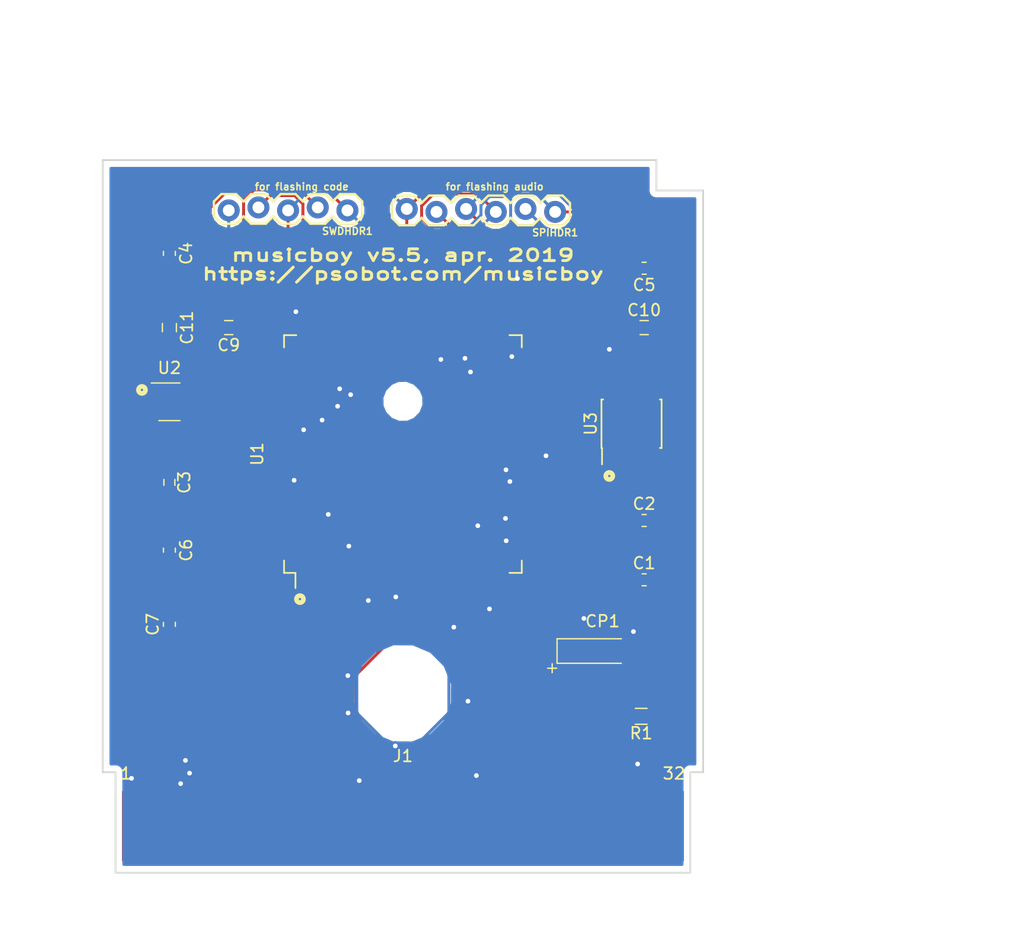
<source format=kicad_pcb>
(kicad_pcb (version 20171130) (host pcbnew "(5.0.0-3-g5ebb6b6)")

  (general
    (thickness 1.6)
    (drawings 20)
    (tracks 557)
    (zones 0)
    (modules 20)
    (nets 126)
  )

  (page A4)
  (layers
    (0 F.Cu signal)
    (31 B.Cu signal)
    (32 B.Adhes user)
    (33 F.Adhes user)
    (34 B.Paste user)
    (35 F.Paste user)
    (36 B.SilkS user)
    (37 F.SilkS user)
    (38 B.Mask user)
    (39 F.Mask user)
    (40 Dwgs.User user)
    (41 Cmts.User user)
    (42 Eco1.User user)
    (43 Eco2.User user)
    (44 Edge.Cuts user)
    (45 Margin user)
    (46 B.CrtYd user)
    (47 F.CrtYd user)
    (48 B.Fab user)
    (49 F.Fab user)
  )

  (setup
    (last_trace_width 0.25)
    (trace_clearance 0.2)
    (zone_clearance 0.508)
    (zone_45_only no)
    (trace_min 0.2)
    (segment_width 0.2)
    (edge_width 0.15)
    (via_size 0.8)
    (via_drill 0.4)
    (via_min_size 0.4)
    (via_min_drill 0.3)
    (uvia_size 0.3)
    (uvia_drill 0.1)
    (uvias_allowed no)
    (uvia_min_size 0.2)
    (uvia_min_drill 0.1)
    (pcb_text_width 0.3)
    (pcb_text_size 1.5 1.5)
    (mod_edge_width 0.15)
    (mod_text_size 1 1)
    (mod_text_width 0.15)
    (pad_size 1.524 1.524)
    (pad_drill 0.762)
    (pad_to_mask_clearance 0.2)
    (aux_axis_origin 0 0)
    (visible_elements FFFFFF7F)
    (pcbplotparams
      (layerselection 0x010f0_ffffffff)
      (usegerberextensions true)
      (usegerberattributes false)
      (usegerberadvancedattributes false)
      (creategerberjobfile false)
      (excludeedgelayer true)
      (linewidth 0.100000)
      (plotframeref false)
      (viasonmask false)
      (mode 1)
      (useauxorigin false)
      (hpglpennumber 1)
      (hpglpenspeed 20)
      (hpglpendiameter 15.000000)
      (psnegative false)
      (psa4output false)
      (plotreference true)
      (plotvalue true)
      (plotinvisibletext false)
      (padsonsilk false)
      (subtractmaskfromsilk false)
      (outputformat 1)
      (mirror false)
      (drillshape 0)
      (scaleselection 1)
      (outputdirectory "output/"))
  )

  (net 0 "")
  (net 1 GND)
  (net 2 VIN)
  (net 3 +5V)
  (net 4 "Net-(C3-Pad1)")
  (net 5 +3V3)
  (net 6 SPI_CS)
  (net 7 SPI_DO)
  (net 8 "Net-(U3-Pad3)")
  (net 9 SPI_DI)
  (net 10 SPI_CLK)
  (net 11 "Net-(U3-Pad7)")
  (net 12 "Net-(U1-Pad7)")
  (net 13 "Net-(U1-Pad8)")
  (net 14 "Net-(U1-Pad9)")
  (net 15 "Net-(U1-Pad10)")
  (net 16 "Net-(U1-Pad11)")
  (net 17 "Net-(U1-Pad12)")
  (net 18 "Net-(U1-Pad13)")
  (net 19 "Net-(U1-Pad14)")
  (net 20 "Net-(U1-Pad15)")
  (net 21 "Net-(U1-Pad18)")
  (net 22 "Net-(U1-Pad19)")
  (net 23 "Net-(U1-Pad20)")
  (net 24 "Net-(U1-Pad21)")
  (net 25 "Net-(U1-Pad22)")
  (net 26 "Net-(U1-Pad23)")
  (net 27 "Net-(U1-Pad24)")
  (net 28 NRST)
  (net 29 "Net-(U1-Pad27)")
  (net 30 "Net-(U1-Pad34)")
  (net 31 "Net-(U1-Pad35)")
  (net 32 "Net-(U1-Pad36)")
  (net 33 "Net-(U1-Pad37)")
  (net 34 "Net-(U1-Pad44)")
  (net 35 "Net-(U1-Pad45)")
  (net 36 "Net-(U1-Pad46)")
  (net 37 "Net-(U1-Pad47)")
  (net 38 "Net-(U1-Pad48)")
  (net 39 "Net-(U1-Pad49)")
  (net 40 "Net-(U1-Pad50)")
  (net 41 "Net-(U1-Pad53)")
  (net 42 "Net-(U1-Pad54)")
  (net 43 "Net-(U1-Pad55)")
  (net 44 "Net-(U1-Pad57)")
  (net 45 "Net-(U1-Pad69)")
  (net 46 "Net-(U1-Pad70)")
  (net 47 "Net-(U1-Pad73)")
  (net 48 "Net-(U1-Pad74)")
  (net 49 "Net-(U1-Pad75)")
  (net 50 "Net-(U1-Pad76)")
  (net 51 "Net-(U1-Pad77)")
  (net 52 "Net-(U1-Pad78)")
  (net 53 "Net-(U1-Pad79)")
  (net 54 "Net-(U1-Pad80)")
  (net 55 "Net-(U1-Pad87)")
  (net 56 "Net-(U1-Pad88)")
  (net 57 "Net-(U1-Pad89)")
  (net 58 "Net-(U1-Pad90)")
  (net 59 "Net-(U1-Pad91)")
  (net 60 "Net-(U1-Pad92)")
  (net 61 "Net-(U1-Pad93)")
  (net 62 "Net-(U1-Pad96)")
  (net 63 "Net-(U1-Pad97)")
  (net 64 "Net-(U1-Pad100)")
  (net 65 "Net-(U1-Pad101)")
  (net 66 "Net-(U1-Pad102)")
  (net 67 "Net-(U1-Pad103)")
  (net 68 "Net-(U1-Pad104)")
  (net 69 SWDIO)
  (net 70 SWDCLK)
  (net 71 "Net-(U1-Pad110)")
  (net 72 "Net-(U1-Pad113)")
  (net 73 "Net-(U1-Pad124)")
  (net 74 "Net-(U1-Pad125)")
  (net 75 "Net-(U1-Pad126)")
  (net 76 "Net-(U1-Pad127)")
  (net 77 "Net-(U1-Pad128)")
  (net 78 "Net-(U1-Pad129)")
  (net 79 "Net-(U1-Pad132)")
  (net 80 "Net-(U1-Pad134)")
  (net 81 "Net-(U1-Pad135)")
  (net 82 "Net-(U1-Pad136)")
  (net 83 "Net-(U1-Pad137)")
  (net 84 "Net-(U1-Pad139)")
  (net 85 "Net-(U1-Pad140)")
  (net 86 "Net-(J1-Pad5)")
  (net 87 GBDATA2)
  (net 88 GBDATA3)
  (net 89 GBDATA4)
  (net 90 GBDATA5)
  (net 91 GBDATA6)
  (net 92 GBCLK)
  (net 93 GBREAD)
  (net 94 GBWRITE)
  (net 95 GBDATA7)
  (net 96 GBADDR12)
  (net 97 GBADDR13)
  (net 98 GBADDR14)
  (net 99 GBADDR15)
  (net 100 GBADDR8)
  (net 101 GBADDR9)
  (net 102 GBADDR10)
  (net 103 GBADDR11)
  (net 104 GBADDR0)
  (net 105 GBADDR1)
  (net 106 GBADDR2)
  (net 107 GBADDR3)
  (net 108 GBADDR4)
  (net 109 GBADDR5)
  (net 110 GBADDR6)
  (net 111 GBADDR7)
  (net 112 GBDATA0)
  (net 113 GBDATA1)
  (net 114 GBRESET)
  (net 115 "Net-(U1-Pad1)")
  (net 116 "Net-(U1-Pad2)")
  (net 117 "Net-(U1-Pad3)")
  (net 118 "Net-(U1-Pad4)")
  (net 119 "Net-(U1-Pad5)")
  (net 120 "Net-(U1-Pad58)")
  (net 121 "Net-(U1-Pad141)")
  (net 122 "Net-(U1-Pad142)")
  (net 123 "Net-(C10-Pad1)")
  (net 124 "Net-(C9-Pad1)")
  (net 125 "Net-(CP1-Pad1)")

  (net_class Default "This is the default net class."
    (clearance 0.2)
    (trace_width 0.25)
    (via_dia 0.8)
    (via_drill 0.4)
    (uvia_dia 0.3)
    (uvia_drill 0.1)
    (add_net +3V3)
    (add_net +5V)
    (add_net GBADDR0)
    (add_net GBADDR1)
    (add_net GBADDR10)
    (add_net GBADDR11)
    (add_net GBADDR12)
    (add_net GBADDR13)
    (add_net GBADDR14)
    (add_net GBADDR15)
    (add_net GBADDR2)
    (add_net GBADDR3)
    (add_net GBADDR4)
    (add_net GBADDR5)
    (add_net GBADDR6)
    (add_net GBADDR7)
    (add_net GBADDR8)
    (add_net GBADDR9)
    (add_net GBCLK)
    (add_net GBDATA0)
    (add_net GBDATA1)
    (add_net GBDATA2)
    (add_net GBDATA3)
    (add_net GBDATA4)
    (add_net GBDATA5)
    (add_net GBDATA6)
    (add_net GBDATA7)
    (add_net GBREAD)
    (add_net GBRESET)
    (add_net GBWRITE)
    (add_net GND)
    (add_net NRST)
    (add_net "Net-(C10-Pad1)")
    (add_net "Net-(C3-Pad1)")
    (add_net "Net-(C9-Pad1)")
    (add_net "Net-(CP1-Pad1)")
    (add_net "Net-(J1-Pad5)")
    (add_net "Net-(U1-Pad1)")
    (add_net "Net-(U1-Pad10)")
    (add_net "Net-(U1-Pad100)")
    (add_net "Net-(U1-Pad101)")
    (add_net "Net-(U1-Pad102)")
    (add_net "Net-(U1-Pad103)")
    (add_net "Net-(U1-Pad104)")
    (add_net "Net-(U1-Pad11)")
    (add_net "Net-(U1-Pad110)")
    (add_net "Net-(U1-Pad113)")
    (add_net "Net-(U1-Pad12)")
    (add_net "Net-(U1-Pad124)")
    (add_net "Net-(U1-Pad125)")
    (add_net "Net-(U1-Pad126)")
    (add_net "Net-(U1-Pad127)")
    (add_net "Net-(U1-Pad128)")
    (add_net "Net-(U1-Pad129)")
    (add_net "Net-(U1-Pad13)")
    (add_net "Net-(U1-Pad132)")
    (add_net "Net-(U1-Pad134)")
    (add_net "Net-(U1-Pad135)")
    (add_net "Net-(U1-Pad136)")
    (add_net "Net-(U1-Pad137)")
    (add_net "Net-(U1-Pad139)")
    (add_net "Net-(U1-Pad14)")
    (add_net "Net-(U1-Pad140)")
    (add_net "Net-(U1-Pad141)")
    (add_net "Net-(U1-Pad142)")
    (add_net "Net-(U1-Pad15)")
    (add_net "Net-(U1-Pad18)")
    (add_net "Net-(U1-Pad19)")
    (add_net "Net-(U1-Pad2)")
    (add_net "Net-(U1-Pad20)")
    (add_net "Net-(U1-Pad21)")
    (add_net "Net-(U1-Pad22)")
    (add_net "Net-(U1-Pad23)")
    (add_net "Net-(U1-Pad24)")
    (add_net "Net-(U1-Pad27)")
    (add_net "Net-(U1-Pad3)")
    (add_net "Net-(U1-Pad34)")
    (add_net "Net-(U1-Pad35)")
    (add_net "Net-(U1-Pad36)")
    (add_net "Net-(U1-Pad37)")
    (add_net "Net-(U1-Pad4)")
    (add_net "Net-(U1-Pad44)")
    (add_net "Net-(U1-Pad45)")
    (add_net "Net-(U1-Pad46)")
    (add_net "Net-(U1-Pad47)")
    (add_net "Net-(U1-Pad48)")
    (add_net "Net-(U1-Pad49)")
    (add_net "Net-(U1-Pad5)")
    (add_net "Net-(U1-Pad50)")
    (add_net "Net-(U1-Pad53)")
    (add_net "Net-(U1-Pad54)")
    (add_net "Net-(U1-Pad55)")
    (add_net "Net-(U1-Pad57)")
    (add_net "Net-(U1-Pad58)")
    (add_net "Net-(U1-Pad69)")
    (add_net "Net-(U1-Pad7)")
    (add_net "Net-(U1-Pad70)")
    (add_net "Net-(U1-Pad73)")
    (add_net "Net-(U1-Pad74)")
    (add_net "Net-(U1-Pad75)")
    (add_net "Net-(U1-Pad76)")
    (add_net "Net-(U1-Pad77)")
    (add_net "Net-(U1-Pad78)")
    (add_net "Net-(U1-Pad79)")
    (add_net "Net-(U1-Pad8)")
    (add_net "Net-(U1-Pad80)")
    (add_net "Net-(U1-Pad87)")
    (add_net "Net-(U1-Pad88)")
    (add_net "Net-(U1-Pad89)")
    (add_net "Net-(U1-Pad9)")
    (add_net "Net-(U1-Pad90)")
    (add_net "Net-(U1-Pad91)")
    (add_net "Net-(U1-Pad92)")
    (add_net "Net-(U1-Pad93)")
    (add_net "Net-(U1-Pad96)")
    (add_net "Net-(U1-Pad97)")
    (add_net "Net-(U3-Pad3)")
    (add_net "Net-(U3-Pad7)")
    (add_net SPI_CLK)
    (add_net SPI_CS)
    (add_net SPI_DI)
    (add_net SPI_DO)
    (add_net SWDCLK)
    (add_net SWDIO)
    (add_net VIN)
  )

  (module Package_SO:SOIC-8_3.9x4.9mm_P1.27mm (layer F.Cu) (tedit 5A02F2D3) (tstamp 5BABF896)
    (at 99.2492 95.8596 90)
    (descr "8-Lead Plastic Small Outline (SN) - Narrow, 3.90 mm Body [SOIC] (see Microchip Packaging Specification 00000049BS.pdf)")
    (tags "SOIC 1.27")
    (path /5BA841FD)
    (attr smd)
    (fp_text reference U3 (at 0 -3.5 90) (layer F.SilkS)
      (effects (font (size 1 1) (thickness 0.15)))
    )
    (fp_text value W25Q128JVSIQ (at 0 3.5 90) (layer F.Fab)
      (effects (font (size 1 1) (thickness 0.15)))
    )
    (fp_text user %R (at 0 0 90) (layer F.Fab)
      (effects (font (size 1 1) (thickness 0.15)))
    )
    (fp_line (start -0.95 -2.45) (end 1.95 -2.45) (layer F.Fab) (width 0.1))
    (fp_line (start 1.95 -2.45) (end 1.95 2.45) (layer F.Fab) (width 0.1))
    (fp_line (start 1.95 2.45) (end -1.95 2.45) (layer F.Fab) (width 0.1))
    (fp_line (start -1.95 2.45) (end -1.95 -1.45) (layer F.Fab) (width 0.1))
    (fp_line (start -1.95 -1.45) (end -0.95 -2.45) (layer F.Fab) (width 0.1))
    (fp_line (start -3.73 -2.7) (end -3.73 2.7) (layer F.CrtYd) (width 0.05))
    (fp_line (start 3.73 -2.7) (end 3.73 2.7) (layer F.CrtYd) (width 0.05))
    (fp_line (start -3.73 -2.7) (end 3.73 -2.7) (layer F.CrtYd) (width 0.05))
    (fp_line (start -3.73 2.7) (end 3.73 2.7) (layer F.CrtYd) (width 0.05))
    (fp_line (start -2.075 -2.575) (end -2.075 -2.525) (layer F.SilkS) (width 0.15))
    (fp_line (start 2.075 -2.575) (end 2.075 -2.43) (layer F.SilkS) (width 0.15))
    (fp_line (start 2.075 2.575) (end 2.075 2.43) (layer F.SilkS) (width 0.15))
    (fp_line (start -2.075 2.575) (end -2.075 2.43) (layer F.SilkS) (width 0.15))
    (fp_line (start -2.075 -2.575) (end 2.075 -2.575) (layer F.SilkS) (width 0.15))
    (fp_line (start -2.075 2.575) (end 2.075 2.575) (layer F.SilkS) (width 0.15))
    (fp_line (start -2.075 -2.525) (end -3.475 -2.525) (layer F.SilkS) (width 0.15))
    (pad 1 smd rect (at -2.7 -1.905 90) (size 1.55 0.6) (layers F.Cu F.Paste F.Mask)
      (net 6 SPI_CS))
    (pad 2 smd rect (at -2.7 -0.635 90) (size 1.55 0.6) (layers F.Cu F.Paste F.Mask)
      (net 7 SPI_DO))
    (pad 3 smd rect (at -2.7 0.635 90) (size 1.55 0.6) (layers F.Cu F.Paste F.Mask)
      (net 8 "Net-(U3-Pad3)"))
    (pad 4 smd rect (at -2.7 1.905 90) (size 1.55 0.6) (layers F.Cu F.Paste F.Mask)
      (net 1 GND))
    (pad 5 smd rect (at 2.7 1.905 90) (size 1.55 0.6) (layers F.Cu F.Paste F.Mask)
      (net 9 SPI_DI))
    (pad 6 smd rect (at 2.7 0.635 90) (size 1.55 0.6) (layers F.Cu F.Paste F.Mask)
      (net 10 SPI_CLK))
    (pad 7 smd rect (at 2.7 -0.635 90) (size 1.55 0.6) (layers F.Cu F.Paste F.Mask)
      (net 11 "Net-(U3-Pad7)"))
    (pad 8 smd rect (at 2.7 -1.905 90) (size 1.55 0.6) (layers F.Cu F.Paste F.Mask)
      (net 5 +3V3))
    (model ${KISYS3DMOD}/Package_SO.3dshapes/SOIC-8_3.9x4.9mm_P1.27mm.wrl
      (at (xyz 0 0 0))
      (scale (xyz 1 1 1))
      (rotate (xyz 0 0 0))
    )
  )

  (module Capacitors_Tantalum_SMD:CP_Tantalum_Case-A_EIA-3216-18_Hand (layer F.Cu) (tedit 58CC8C08) (tstamp 5C00CDF9)
    (at 96.774 115.316)
    (descr "Tantalum capacitor, Case A, EIA 3216-18, 3.2x1.6x1.6mm, Hand soldering footprint")
    (tags "capacitor tantalum smd")
    (path /5BAA26D0)
    (attr smd)
    (fp_text reference CP1 (at 0 -2.55) (layer F.SilkS)
      (effects (font (size 1 1) (thickness 0.15)))
    )
    (fp_text value 47uF (at 0 2.55) (layer F.Fab)
      (effects (font (size 1 1) (thickness 0.15)))
    )
    (fp_text user %R (at 0 0) (layer F.Fab)
      (effects (font (size 0.7 0.7) (thickness 0.105)))
    )
    (fp_line (start -4 -1.2) (end -4 1.2) (layer F.CrtYd) (width 0.05))
    (fp_line (start -4 1.2) (end 4 1.2) (layer F.CrtYd) (width 0.05))
    (fp_line (start 4 1.2) (end 4 -1.2) (layer F.CrtYd) (width 0.05))
    (fp_line (start 4 -1.2) (end -4 -1.2) (layer F.CrtYd) (width 0.05))
    (fp_line (start -1.6 -0.8) (end -1.6 0.8) (layer F.Fab) (width 0.1))
    (fp_line (start -1.6 0.8) (end 1.6 0.8) (layer F.Fab) (width 0.1))
    (fp_line (start 1.6 0.8) (end 1.6 -0.8) (layer F.Fab) (width 0.1))
    (fp_line (start 1.6 -0.8) (end -1.6 -0.8) (layer F.Fab) (width 0.1))
    (fp_line (start -1.28 -0.8) (end -1.28 0.8) (layer F.Fab) (width 0.1))
    (fp_line (start -1.12 -0.8) (end -1.12 0.8) (layer F.Fab) (width 0.1))
    (fp_line (start -3.9 -1.05) (end 1.6 -1.05) (layer F.SilkS) (width 0.12))
    (fp_line (start -3.9 1.05) (end 1.6 1.05) (layer F.SilkS) (width 0.12))
    (fp_line (start -3.9 -1.05) (end -3.9 1.05) (layer F.SilkS) (width 0.12))
    (pad 1 smd rect (at -2 0) (size 3.2 1.5) (layers F.Cu F.Paste F.Mask)
      (net 125 "Net-(CP1-Pad1)"))
    (pad 2 smd rect (at 2 0) (size 3.2 1.5) (layers F.Cu F.Paste F.Mask)
      (net 2 VIN))
    (model Capacitors_Tantalum_SMD.3dshapes/CP_Tantalum_Case-A_EIA-3216-18.wrl
      (at (xyz 0 0 0))
      (scale (xyz 1 1 1))
      (rotate (xyz 0 0 0))
    )
  )

  (module Resistors_SMD:R_0603_HandSoldering (layer F.Cu) (tedit 58E0A804) (tstamp 5C00C1D4)
    (at 100.076 120.904 180)
    (descr "Resistor SMD 0603, hand soldering")
    (tags "resistor 0603")
    (path /5BAA0E13)
    (attr smd)
    (fp_text reference R1 (at 0 -1.45 180) (layer F.SilkS)
      (effects (font (size 1 1) (thickness 0.15)))
    )
    (fp_text value 10k (at 0 1.55 180) (layer F.Fab)
      (effects (font (size 1 1) (thickness 0.15)))
    )
    (fp_line (start 1.95 0.7) (end -1.96 0.7) (layer F.CrtYd) (width 0.05))
    (fp_line (start 1.95 0.7) (end 1.95 -0.7) (layer F.CrtYd) (width 0.05))
    (fp_line (start -1.96 -0.7) (end -1.96 0.7) (layer F.CrtYd) (width 0.05))
    (fp_line (start -1.96 -0.7) (end 1.95 -0.7) (layer F.CrtYd) (width 0.05))
    (fp_line (start -0.5 -0.68) (end 0.5 -0.68) (layer F.SilkS) (width 0.12))
    (fp_line (start 0.5 0.68) (end -0.5 0.68) (layer F.SilkS) (width 0.12))
    (fp_line (start -0.8 -0.4) (end 0.8 -0.4) (layer F.Fab) (width 0.1))
    (fp_line (start 0.8 -0.4) (end 0.8 0.4) (layer F.Fab) (width 0.1))
    (fp_line (start 0.8 0.4) (end -0.8 0.4) (layer F.Fab) (width 0.1))
    (fp_line (start -0.8 0.4) (end -0.8 -0.4) (layer F.Fab) (width 0.1))
    (fp_text user %R (at 0 0 180) (layer F.Fab)
      (effects (font (size 0.4 0.4) (thickness 0.075)))
    )
    (pad 2 smd rect (at 1.1 0 180) (size 1.2 0.9) (layers F.Cu F.Paste F.Mask)
      (net 2 VIN))
    (pad 1 smd rect (at -1.1 0 180) (size 1.2 0.9) (layers F.Cu F.Paste F.Mask)
      (net 1 GND))
    (model ${KISYS3DMOD}/Resistors_SMD.3dshapes/R_0603.wrl
      (at (xyz 0 0 0))
      (scale (xyz 1 1 1))
      (rotate (xyz 0 0 0))
    )
  )

  (module Capacitors_SMD:C_0603 (layer F.Cu) (tedit 59958EE7) (tstamp 5BFF9613)
    (at 59.69 87.63 270)
    (descr "Capacitor SMD 0603, reflow soldering, AVX (see smccp.pdf)")
    (tags "capacitor 0603")
    (path /5C00470B)
    (attr smd)
    (fp_text reference C11 (at 0 -1.5 270) (layer F.SilkS)
      (effects (font (size 1 1) (thickness 0.15)))
    )
    (fp_text value 2.2uF (at 0 1.4605 270) (layer F.Fab)
      (effects (font (size 1 1) (thickness 0.15)))
    )
    (fp_text user %R (at 0 0 270) (layer F.Fab)
      (effects (font (size 0.3 0.3) (thickness 0.075)))
    )
    (fp_line (start -0.8 0.4) (end -0.8 -0.4) (layer F.Fab) (width 0.1))
    (fp_line (start 0.8 0.4) (end -0.8 0.4) (layer F.Fab) (width 0.1))
    (fp_line (start 0.8 -0.4) (end 0.8 0.4) (layer F.Fab) (width 0.1))
    (fp_line (start -0.8 -0.4) (end 0.8 -0.4) (layer F.Fab) (width 0.1))
    (fp_line (start -0.35 -0.6) (end 0.35 -0.6) (layer F.SilkS) (width 0.12))
    (fp_line (start 0.35 0.6) (end -0.35 0.6) (layer F.SilkS) (width 0.12))
    (fp_line (start -1.4 -0.65) (end 1.4 -0.65) (layer F.CrtYd) (width 0.05))
    (fp_line (start -1.4 -0.65) (end -1.4 0.65) (layer F.CrtYd) (width 0.05))
    (fp_line (start 1.4 0.65) (end 1.4 -0.65) (layer F.CrtYd) (width 0.05))
    (fp_line (start 1.4 0.65) (end -1.4 0.65) (layer F.CrtYd) (width 0.05))
    (pad 1 smd rect (at -0.75 0 270) (size 0.8 0.75) (layers F.Cu F.Paste F.Mask)
      (net 1 GND))
    (pad 2 smd rect (at 0.75 0 270) (size 0.8 0.75) (layers F.Cu F.Paste F.Mask)
      (net 5 +3V3))
    (model Capacitors_SMD.3dshapes/C_0603.wrl
      (at (xyz 0 0 0))
      (scale (xyz 1 1 1))
      (rotate (xyz 0 0 0))
    )
  )

  (module Capacitors_SMD:C_0603 (layer F.Cu) (tedit 59958EE7) (tstamp 5BFF9602)
    (at 100.33 87.63)
    (descr "Capacitor SMD 0603, reflow soldering, AVX (see smccp.pdf)")
    (tags "capacitor 0603")
    (path /5BFFF7AB)
    (attr smd)
    (fp_text reference C10 (at 0 -1.5) (layer F.SilkS)
      (effects (font (size 1 1) (thickness 0.15)))
    )
    (fp_text value 2.2uF (at 0 1.5) (layer F.Fab)
      (effects (font (size 1 1) (thickness 0.15)))
    )
    (fp_line (start 1.4 0.65) (end -1.4 0.65) (layer F.CrtYd) (width 0.05))
    (fp_line (start 1.4 0.65) (end 1.4 -0.65) (layer F.CrtYd) (width 0.05))
    (fp_line (start -1.4 -0.65) (end -1.4 0.65) (layer F.CrtYd) (width 0.05))
    (fp_line (start -1.4 -0.65) (end 1.4 -0.65) (layer F.CrtYd) (width 0.05))
    (fp_line (start 0.35 0.6) (end -0.35 0.6) (layer F.SilkS) (width 0.12))
    (fp_line (start -0.35 -0.6) (end 0.35 -0.6) (layer F.SilkS) (width 0.12))
    (fp_line (start -0.8 -0.4) (end 0.8 -0.4) (layer F.Fab) (width 0.1))
    (fp_line (start 0.8 -0.4) (end 0.8 0.4) (layer F.Fab) (width 0.1))
    (fp_line (start 0.8 0.4) (end -0.8 0.4) (layer F.Fab) (width 0.1))
    (fp_line (start -0.8 0.4) (end -0.8 -0.4) (layer F.Fab) (width 0.1))
    (fp_text user %R (at 0 0) (layer F.Fab)
      (effects (font (size 0.3 0.3) (thickness 0.075)))
    )
    (pad 2 smd rect (at 0.75 0) (size 0.8 0.75) (layers F.Cu F.Paste F.Mask)
      (net 1 GND))
    (pad 1 smd rect (at -0.75 0) (size 0.8 0.75) (layers F.Cu F.Paste F.Mask)
      (net 123 "Net-(C10-Pad1)"))
    (model Capacitors_SMD.3dshapes/C_0603.wrl
      (at (xyz 0 0 0))
      (scale (xyz 1 1 1))
      (rotate (xyz 0 0 0))
    )
  )

  (module Capacitors_SMD:C_0603 (layer F.Cu) (tedit 59958EE7) (tstamp 5BFF95F1)
    (at 64.77 87.63 180)
    (descr "Capacitor SMD 0603, reflow soldering, AVX (see smccp.pdf)")
    (tags "capacitor 0603")
    (path /5BFFE642)
    (attr smd)
    (fp_text reference C9 (at 0 -1.5 180) (layer F.SilkS)
      (effects (font (size 1 1) (thickness 0.15)))
    )
    (fp_text value 2.2uF (at 0 1.5 180) (layer F.Fab)
      (effects (font (size 1 1) (thickness 0.15)))
    )
    (fp_text user %R (at 0 0 180) (layer F.Fab)
      (effects (font (size 0.3 0.3) (thickness 0.075)))
    )
    (fp_line (start -0.8 0.4) (end -0.8 -0.4) (layer F.Fab) (width 0.1))
    (fp_line (start 0.8 0.4) (end -0.8 0.4) (layer F.Fab) (width 0.1))
    (fp_line (start 0.8 -0.4) (end 0.8 0.4) (layer F.Fab) (width 0.1))
    (fp_line (start -0.8 -0.4) (end 0.8 -0.4) (layer F.Fab) (width 0.1))
    (fp_line (start -0.35 -0.6) (end 0.35 -0.6) (layer F.SilkS) (width 0.12))
    (fp_line (start 0.35 0.6) (end -0.35 0.6) (layer F.SilkS) (width 0.12))
    (fp_line (start -1.4 -0.65) (end 1.4 -0.65) (layer F.CrtYd) (width 0.05))
    (fp_line (start -1.4 -0.65) (end -1.4 0.65) (layer F.CrtYd) (width 0.05))
    (fp_line (start 1.4 0.65) (end 1.4 -0.65) (layer F.CrtYd) (width 0.05))
    (fp_line (start 1.4 0.65) (end -1.4 0.65) (layer F.CrtYd) (width 0.05))
    (pad 1 smd rect (at -0.75 0 180) (size 0.8 0.75) (layers F.Cu F.Paste F.Mask)
      (net 124 "Net-(C9-Pad1)"))
    (pad 2 smd rect (at 0.75 0 180) (size 0.8 0.75) (layers F.Cu F.Paste F.Mask)
      (net 1 GND))
    (model Capacitors_SMD.3dshapes/C_0603.wrl
      (at (xyz 0 0 0))
      (scale (xyz 1 1 1))
      (rotate (xyz 0 0 0))
    )
  )

  (module Capacitors_SMD:C_0402 (layer F.Cu) (tedit 58AA841A) (tstamp 5BFEAE28)
    (at 59.69 100.88 270)
    (descr "Capacitor SMD 0402, reflow soldering, AVX (see smccp.pdf)")
    (tags "capacitor 0402")
    (path /5BA72208)
    (attr smd)
    (fp_text reference C3 (at 0 -1.27 270) (layer F.SilkS)
      (effects (font (size 1 1) (thickness 0.15)))
    )
    (fp_text value 470pF (at 0 1.27 270) (layer F.Fab)
      (effects (font (size 1 1) (thickness 0.15)))
    )
    (fp_line (start 1 0.4) (end -1 0.4) (layer F.CrtYd) (width 0.05))
    (fp_line (start 1 0.4) (end 1 -0.4) (layer F.CrtYd) (width 0.05))
    (fp_line (start -1 -0.4) (end -1 0.4) (layer F.CrtYd) (width 0.05))
    (fp_line (start -1 -0.4) (end 1 -0.4) (layer F.CrtYd) (width 0.05))
    (fp_line (start -0.25 0.47) (end 0.25 0.47) (layer F.SilkS) (width 0.12))
    (fp_line (start 0.25 -0.47) (end -0.25 -0.47) (layer F.SilkS) (width 0.12))
    (fp_line (start -0.5 -0.25) (end 0.5 -0.25) (layer F.Fab) (width 0.1))
    (fp_line (start 0.5 -0.25) (end 0.5 0.25) (layer F.Fab) (width 0.1))
    (fp_line (start 0.5 0.25) (end -0.5 0.25) (layer F.Fab) (width 0.1))
    (fp_line (start -0.5 0.25) (end -0.5 -0.25) (layer F.Fab) (width 0.1))
    (fp_text user %R (at 0 -1.27 270) (layer F.Fab)
      (effects (font (size 1 1) (thickness 0.15)))
    )
    (pad 2 smd rect (at 0.55 0 270) (size 0.6 0.5) (layers F.Cu F.Paste F.Mask)
      (net 1 GND))
    (pad 1 smd rect (at -0.55 0 270) (size 0.6 0.5) (layers F.Cu F.Paste F.Mask)
      (net 4 "Net-(C3-Pad1)"))
    (model Capacitors_SMD.3dshapes/C_0402.wrl
      (at (xyz 0 0 0))
      (scale (xyz 1 1 1))
      (rotate (xyz 0 0 0))
    )
  )

  (module SparkFun:1X05_LOCK (layer F.Cu) (tedit 5BFFFDCC) (tstamp 5BFE3E5A)
    (at 74.93 77.47 180)
    (descr "PLATED THROUGH HOLE - 5 PIN WITH LOCKING FOOTPRINT")
    (tags "PLATED THROUGH HOLE - 5 PIN WITH LOCKING FOOTPRINT")
    (path /5BA7B065)
    (attr virtual)
    (fp_text reference SWDHDR1 (at 0 -1.905 180) (layer F.SilkS)
      (effects (font (size 0.6096 0.6096) (thickness 0.127)))
    )
    (fp_text value "for flashing code" (at 3.9116 1.905 180) (layer F.SilkS)
      (effects (font (size 0.6096 0.6096) (thickness 0.127)))
    )
    (fp_line (start 9.906 0.254) (end 10.414 0.254) (layer Dwgs.User) (width 0.06604))
    (fp_line (start 10.414 0.254) (end 10.414 -0.254) (layer Dwgs.User) (width 0.06604))
    (fp_line (start 9.906 -0.254) (end 10.414 -0.254) (layer Dwgs.User) (width 0.06604))
    (fp_line (start 9.906 0.254) (end 9.906 -0.254) (layer Dwgs.User) (width 0.06604))
    (fp_line (start 7.366 0.254) (end 7.874 0.254) (layer Dwgs.User) (width 0.06604))
    (fp_line (start 7.874 0.254) (end 7.874 -0.254) (layer Dwgs.User) (width 0.06604))
    (fp_line (start 7.366 -0.254) (end 7.874 -0.254) (layer Dwgs.User) (width 0.06604))
    (fp_line (start 7.366 0.254) (end 7.366 -0.254) (layer Dwgs.User) (width 0.06604))
    (fp_line (start 4.826 0.254) (end 5.334 0.254) (layer Dwgs.User) (width 0.06604))
    (fp_line (start 5.334 0.254) (end 5.334 -0.254) (layer Dwgs.User) (width 0.06604))
    (fp_line (start 4.826 -0.254) (end 5.334 -0.254) (layer Dwgs.User) (width 0.06604))
    (fp_line (start 4.826 0.254) (end 4.826 -0.254) (layer Dwgs.User) (width 0.06604))
    (fp_line (start 2.286 0.254) (end 2.794 0.254) (layer Dwgs.User) (width 0.06604))
    (fp_line (start 2.794 0.254) (end 2.794 -0.254) (layer Dwgs.User) (width 0.06604))
    (fp_line (start 2.286 -0.254) (end 2.794 -0.254) (layer Dwgs.User) (width 0.06604))
    (fp_line (start 2.286 0.254) (end 2.286 -0.254) (layer Dwgs.User) (width 0.06604))
    (fp_line (start -0.254 0.254) (end 0.254 0.254) (layer Dwgs.User) (width 0.06604))
    (fp_line (start 0.254 0.254) (end 0.254 -0.254) (layer Dwgs.User) (width 0.06604))
    (fp_line (start -0.254 -0.254) (end 0.254 -0.254) (layer Dwgs.User) (width 0.06604))
    (fp_line (start -0.254 0.254) (end -0.254 -0.254) (layer Dwgs.User) (width 0.06604))
    (fp_line (start 6.985 -1.27) (end 8.255 -1.27) (layer F.SilkS) (width 0.2032))
    (fp_line (start 8.255 -1.27) (end 8.89 -0.635) (layer F.SilkS) (width 0.2032))
    (fp_line (start 8.89 0.635) (end 8.255 1.27) (layer F.SilkS) (width 0.2032))
    (fp_line (start 8.89 -0.635) (end 9.525 -1.27) (layer F.SilkS) (width 0.2032))
    (fp_line (start 9.525 -1.27) (end 10.795 -1.27) (layer F.SilkS) (width 0.2032))
    (fp_line (start 10.795 -1.27) (end 11.43 -0.635) (layer F.SilkS) (width 0.2032))
    (fp_line (start 11.43 0.635) (end 10.795 1.27) (layer F.SilkS) (width 0.2032))
    (fp_line (start 10.795 1.27) (end 9.525 1.27) (layer F.SilkS) (width 0.2032))
    (fp_line (start 9.525 1.27) (end 8.89 0.635) (layer F.SilkS) (width 0.2032))
    (fp_line (start 3.81 -0.635) (end 4.445 -1.27) (layer F.SilkS) (width 0.2032))
    (fp_line (start 4.445 -1.27) (end 5.715 -1.27) (layer F.SilkS) (width 0.2032))
    (fp_line (start 5.715 -1.27) (end 6.35 -0.635) (layer F.SilkS) (width 0.2032))
    (fp_line (start 6.35 0.635) (end 5.715 1.27) (layer F.SilkS) (width 0.2032))
    (fp_line (start 5.715 1.27) (end 4.445 1.27) (layer F.SilkS) (width 0.2032))
    (fp_line (start 4.445 1.27) (end 3.81 0.635) (layer F.SilkS) (width 0.2032))
    (fp_line (start 6.985 -1.27) (end 6.35 -0.635) (layer F.SilkS) (width 0.2032))
    (fp_line (start 6.35 0.635) (end 6.985 1.27) (layer F.SilkS) (width 0.2032))
    (fp_line (start 8.255 1.27) (end 6.985 1.27) (layer F.SilkS) (width 0.2032))
    (fp_line (start -0.635 -1.27) (end 0.635 -1.27) (layer F.SilkS) (width 0.2032))
    (fp_line (start 0.635 -1.27) (end 1.27 -0.635) (layer F.SilkS) (width 0.2032))
    (fp_line (start 1.27 0.635) (end 0.635 1.27) (layer F.SilkS) (width 0.2032))
    (fp_line (start 1.27 -0.635) (end 1.905 -1.27) (layer F.SilkS) (width 0.2032))
    (fp_line (start 1.905 -1.27) (end 3.175 -1.27) (layer F.SilkS) (width 0.2032))
    (fp_line (start 3.175 -1.27) (end 3.81 -0.635) (layer F.SilkS) (width 0.2032))
    (fp_line (start 3.81 0.635) (end 3.175 1.27) (layer F.SilkS) (width 0.2032))
    (fp_line (start 3.175 1.27) (end 1.905 1.27) (layer F.SilkS) (width 0.2032))
    (fp_line (start 1.905 1.27) (end 1.27 0.635) (layer F.SilkS) (width 0.2032))
    (fp_line (start -1.27 -0.635) (end -1.27 0.635) (layer F.SilkS) (width 0.2032))
    (fp_line (start -0.635 -1.27) (end -1.27 -0.635) (layer F.SilkS) (width 0.2032))
    (fp_line (start -1.27 0.635) (end -0.635 1.27) (layer F.SilkS) (width 0.2032))
    (fp_line (start 0.635 1.27) (end -0.635 1.27) (layer F.SilkS) (width 0.2032))
    (fp_line (start 11.43 -0.635) (end 11.43 0.635) (layer F.SilkS) (width 0.2032))
    (pad 1 thru_hole circle (at 0 -0.127 180) (size 1.8796 1.8796) (drill 1.016) (layers *.Cu *.Mask)
      (net 5 +3V3) (solder_mask_margin 0.1016))
    (pad 2 thru_hole circle (at 2.54 0.127 180) (size 1.8796 1.8796) (drill 1.016) (layers *.Cu *.Mask)
      (net 70 SWDCLK) (solder_mask_margin 0.1016))
    (pad 3 thru_hole circle (at 5.08 -0.127 180) (size 1.8796 1.8796) (drill 1.016) (layers *.Cu *.Mask)
      (net 1 GND) (solder_mask_margin 0.1016))
    (pad 4 thru_hole circle (at 7.62 0.127 180) (size 1.8796 1.8796) (drill 1.016) (layers *.Cu *.Mask)
      (net 69 SWDIO) (solder_mask_margin 0.1016))
    (pad 5 thru_hole circle (at 10.16 -0.127 180) (size 1.8796 1.8796) (drill 1.016) (layers *.Cu *.Mask)
      (net 28 NRST) (solder_mask_margin 0.1016))
  )

  (module Package_QFP:LQFP-144_20x20mm_P0.5mm (layer F.Cu) (tedit 5C00C890) (tstamp 5BABF93D)
    (at 79.6798 98.4504 90)
    (descr "144-Lead Plastic Low Profile Quad Flatpack (PL) - 20x20x1.40 mm Body [LQFP], 2.00 mm Footprint (see Microchip Packaging Specification 00000049BS.pdf)")
    (tags "QFP 0.5")
    (path /5BA71464)
    (attr smd)
    (fp_text reference U1 (at 0 -12.475 90) (layer F.SilkS)
      (effects (font (size 1 1) (thickness 0.15)))
    )
    (fp_text value STM32F446ZET6 (at 0 12.475 90) (layer F.Fab)
      (effects (font (size 1 1) (thickness 0.15)))
    )
    (fp_line (start -10.175 -9.2) (end -11.475 -9.2) (layer F.SilkS) (width 0.15))
    (fp_line (start 10.175 -10.175) (end 9.125 -10.175) (layer F.SilkS) (width 0.15))
    (fp_line (start 10.175 10.175) (end 9.125 10.175) (layer F.SilkS) (width 0.15))
    (fp_line (start -10.175 10.175) (end -9.125 10.175) (layer F.SilkS) (width 0.15))
    (fp_line (start -10.175 -10.175) (end -9.125 -10.175) (layer F.SilkS) (width 0.15))
    (fp_line (start -10.175 10.175) (end -10.175 9.125) (layer F.SilkS) (width 0.15))
    (fp_line (start 10.175 10.175) (end 10.175 9.125) (layer F.SilkS) (width 0.15))
    (fp_line (start 10.175 -10.175) (end 10.175 -9.125) (layer F.SilkS) (width 0.15))
    (fp_line (start -10.175 -10.175) (end -10.175 -9.2) (layer F.SilkS) (width 0.15))
    (fp_line (start -11.75 11.75) (end 11.75 11.75) (layer F.CrtYd) (width 0.05))
    (fp_line (start -11.75 -11.75) (end 11.75 -11.75) (layer F.CrtYd) (width 0.05))
    (fp_line (start 11.75 -11.75) (end 11.75 11.75) (layer F.CrtYd) (width 0.05))
    (fp_line (start -11.75 -11.75) (end -11.75 11.75) (layer F.CrtYd) (width 0.05))
    (fp_line (start -10 -9) (end -9 -10) (layer F.Fab) (width 0.15))
    (fp_line (start -10 10) (end -10 -9) (layer F.Fab) (width 0.15))
    (fp_line (start 10 10) (end -10 10) (layer F.Fab) (width 0.15))
    (fp_line (start 10 -10) (end 10 10) (layer F.Fab) (width 0.15))
    (fp_line (start -9 -10) (end 10 -10) (layer F.Fab) (width 0.15))
    (fp_text user %R (at 0 0 90) (layer F.Fab)
      (effects (font (size 1 1) (thickness 0.15)))
    )
    (pad 144 smd rect (at -8.75 -10.7 180) (size 1.55 0.3) (layers F.Cu F.Paste F.Mask)
      (net 5 +3V3))
    (pad 143 smd rect (at -8.25 -10.7 180) (size 1.55 0.3) (layers F.Cu F.Paste F.Mask)
      (net 5 +3V3))
    (pad 142 smd rect (at -7.75 -10.7 180) (size 1.55 0.3) (layers F.Cu F.Paste F.Mask)
      (net 122 "Net-(U1-Pad142)"))
    (pad 141 smd rect (at -7.25 -10.7 180) (size 1.55 0.3) (layers F.Cu F.Paste F.Mask)
      (net 121 "Net-(U1-Pad141)"))
    (pad 140 smd rect (at -6.75 -10.7 180) (size 1.55 0.3) (layers F.Cu F.Paste F.Mask)
      (net 85 "Net-(U1-Pad140)"))
    (pad 139 smd rect (at -6.25 -10.7 180) (size 1.55 0.3) (layers F.Cu F.Paste F.Mask)
      (net 84 "Net-(U1-Pad139)"))
    (pad 138 smd rect (at -5.75 -10.7 180) (size 1.55 0.3) (layers F.Cu F.Paste F.Mask)
      (net 1 GND))
    (pad 137 smd rect (at -5.25 -10.7 180) (size 1.55 0.3) (layers F.Cu F.Paste F.Mask)
      (net 83 "Net-(U1-Pad137)"))
    (pad 136 smd rect (at -4.75 -10.7 180) (size 1.55 0.3) (layers F.Cu F.Paste F.Mask)
      (net 82 "Net-(U1-Pad136)"))
    (pad 135 smd rect (at -4.25 -10.7 180) (size 1.55 0.3) (layers F.Cu F.Paste F.Mask)
      (net 81 "Net-(U1-Pad135)"))
    (pad 134 smd rect (at -3.75 -10.7 180) (size 1.55 0.3) (layers F.Cu F.Paste F.Mask)
      (net 80 "Net-(U1-Pad134)"))
    (pad 133 smd rect (at -3.25 -10.7 180) (size 1.55 0.3) (layers F.Cu F.Paste F.Mask)
      (net 6 SPI_CS))
    (pad 132 smd rect (at -2.75 -10.7 180) (size 1.55 0.3) (layers F.Cu F.Paste F.Mask)
      (net 79 "Net-(U1-Pad132)"))
    (pad 131 smd rect (at -2.25 -10.7 180) (size 1.55 0.3) (layers F.Cu F.Paste F.Mask)
      (net 5 +3V3))
    (pad 130 smd rect (at -1.75 -10.7 180) (size 1.55 0.3) (layers F.Cu F.Paste F.Mask)
      (net 1 GND))
    (pad 129 smd rect (at -1.25 -10.7 180) (size 1.55 0.3) (layers F.Cu F.Paste F.Mask)
      (net 78 "Net-(U1-Pad129)"))
    (pad 128 smd rect (at -0.75 -10.7 180) (size 1.55 0.3) (layers F.Cu F.Paste F.Mask)
      (net 77 "Net-(U1-Pad128)"))
    (pad 127 smd rect (at -0.25 -10.7 180) (size 1.55 0.3) (layers F.Cu F.Paste F.Mask)
      (net 76 "Net-(U1-Pad127)"))
    (pad 126 smd rect (at 0.25 -10.7 180) (size 1.55 0.3) (layers F.Cu F.Paste F.Mask)
      (net 75 "Net-(U1-Pad126)"))
    (pad 125 smd rect (at 0.75 -10.7 180) (size 1.55 0.3) (layers F.Cu F.Paste F.Mask)
      (net 74 "Net-(U1-Pad125)"))
    (pad 124 smd rect (at 1.25 -10.7 180) (size 1.55 0.3) (layers F.Cu F.Paste F.Mask)
      (net 73 "Net-(U1-Pad124)"))
    (pad 123 smd rect (at 1.75 -10.7 180) (size 1.55 0.3) (layers F.Cu F.Paste F.Mask)
      (net 111 GBADDR7))
    (pad 122 smd rect (at 2.25 -10.7 180) (size 1.55 0.3) (layers F.Cu F.Paste F.Mask)
      (net 110 GBADDR6))
    (pad 121 smd rect (at 2.75 -10.7 180) (size 1.55 0.3) (layers F.Cu F.Paste F.Mask)
      (net 5 +3V3))
    (pad 120 smd rect (at 3.25 -10.7 180) (size 1.55 0.3) (layers F.Cu F.Paste F.Mask)
      (net 1 GND))
    (pad 119 smd rect (at 3.75 -10.7 180) (size 1.55 0.3) (layers F.Cu F.Paste F.Mask)
      (net 109 GBADDR5))
    (pad 118 smd rect (at 4.25 -10.7 180) (size 1.55 0.3) (layers F.Cu F.Paste F.Mask)
      (net 108 GBADDR4))
    (pad 117 smd rect (at 4.75 -10.7 180) (size 1.55 0.3) (layers F.Cu F.Paste F.Mask)
      (net 107 GBADDR3))
    (pad 116 smd rect (at 5.25 -10.7 180) (size 1.55 0.3) (layers F.Cu F.Paste F.Mask)
      (net 106 GBADDR2))
    (pad 115 smd rect (at 5.75 -10.7 180) (size 1.55 0.3) (layers F.Cu F.Paste F.Mask)
      (net 105 GBADDR1))
    (pad 114 smd rect (at 6.25 -10.7 180) (size 1.55 0.3) (layers F.Cu F.Paste F.Mask)
      (net 104 GBADDR0))
    (pad 113 smd rect (at 6.75 -10.7 180) (size 1.55 0.3) (layers F.Cu F.Paste F.Mask)
      (net 72 "Net-(U1-Pad113)"))
    (pad 112 smd rect (at 7.25 -10.7 180) (size 1.55 0.3) (layers F.Cu F.Paste F.Mask)
      (net 103 GBADDR11))
    (pad 111 smd rect (at 7.75 -10.7 180) (size 1.55 0.3) (layers F.Cu F.Paste F.Mask)
      (net 102 GBADDR10))
    (pad 110 smd rect (at 8.25 -10.7 180) (size 1.55 0.3) (layers F.Cu F.Paste F.Mask)
      (net 71 "Net-(U1-Pad110)"))
    (pad 109 smd rect (at 8.75 -10.7 180) (size 1.55 0.3) (layers F.Cu F.Paste F.Mask)
      (net 70 SWDCLK))
    (pad 108 smd rect (at 10.7 -8.75 90) (size 1.55 0.3) (layers F.Cu F.Paste F.Mask)
      (net 5 +3V3))
    (pad 107 smd rect (at 10.7 -8.25 90) (size 1.55 0.3) (layers F.Cu F.Paste F.Mask)
      (net 1 GND))
    (pad 106 smd rect (at 10.7 -7.75 90) (size 1.55 0.3) (layers F.Cu F.Paste F.Mask)
      (net 124 "Net-(C9-Pad1)"))
    (pad 105 smd rect (at 10.7 -7.25 90) (size 1.55 0.3) (layers F.Cu F.Paste F.Mask)
      (net 69 SWDIO))
    (pad 104 smd rect (at 10.7 -6.75 90) (size 1.55 0.3) (layers F.Cu F.Paste F.Mask)
      (net 68 "Net-(U1-Pad104)"))
    (pad 103 smd rect (at 10.7 -6.25 90) (size 1.55 0.3) (layers F.Cu F.Paste F.Mask)
      (net 67 "Net-(U1-Pad103)"))
    (pad 102 smd rect (at 10.7 -5.75 90) (size 1.55 0.3) (layers F.Cu F.Paste F.Mask)
      (net 66 "Net-(U1-Pad102)"))
    (pad 101 smd rect (at 10.7 -5.25 90) (size 1.55 0.3) (layers F.Cu F.Paste F.Mask)
      (net 65 "Net-(U1-Pad101)"))
    (pad 100 smd rect (at 10.7 -4.75 90) (size 1.55 0.3) (layers F.Cu F.Paste F.Mask)
      (net 64 "Net-(U1-Pad100)"))
    (pad 99 smd rect (at 10.7 -4.25 90) (size 1.55 0.3) (layers F.Cu F.Paste F.Mask)
      (net 101 GBADDR9))
    (pad 98 smd rect (at 10.7 -3.75 90) (size 1.55 0.3) (layers F.Cu F.Paste F.Mask)
      (net 100 GBADDR8))
    (pad 97 smd rect (at 10.7 -3.25 90) (size 1.55 0.3) (layers F.Cu F.Paste F.Mask)
      (net 63 "Net-(U1-Pad97)"))
    (pad 96 smd rect (at 10.7 -2.75 90) (size 1.55 0.3) (layers F.Cu F.Paste F.Mask)
      (net 62 "Net-(U1-Pad96)"))
    (pad 95 smd rect (at 10.7 -2.25 90) (size 1.55 0.3) (layers F.Cu F.Paste F.Mask)
      (net 5 +3V3))
    (pad 94 smd rect (at 10.7 -1.75 90) (size 1.55 0.3) (layers F.Cu F.Paste F.Mask)
      (net 1 GND))
    (pad 93 smd rect (at 10.7 -1.25 90) (size 1.55 0.3) (layers F.Cu F.Paste F.Mask)
      (net 61 "Net-(U1-Pad93)"))
    (pad 92 smd rect (at 10.7 -0.75 90) (size 1.55 0.3) (layers F.Cu F.Paste F.Mask)
      (net 60 "Net-(U1-Pad92)"))
    (pad 91 smd rect (at 10.7 -0.25 90) (size 1.55 0.3) (layers F.Cu F.Paste F.Mask)
      (net 59 "Net-(U1-Pad91)"))
    (pad 90 smd rect (at 10.7 0.25 90) (size 1.55 0.3) (layers F.Cu F.Paste F.Mask)
      (net 58 "Net-(U1-Pad90)"))
    (pad 89 smd rect (at 10.7 0.75 90) (size 1.55 0.3) (layers F.Cu F.Paste F.Mask)
      (net 57 "Net-(U1-Pad89)"))
    (pad 88 smd rect (at 10.7 1.25 90) (size 1.55 0.3) (layers F.Cu F.Paste F.Mask)
      (net 56 "Net-(U1-Pad88)"))
    (pad 87 smd rect (at 10.7 1.75 90) (size 1.55 0.3) (layers F.Cu F.Paste F.Mask)
      (net 55 "Net-(U1-Pad87)"))
    (pad 86 smd rect (at 10.7 2.25 90) (size 1.55 0.3) (layers F.Cu F.Paste F.Mask)
      (net 99 GBADDR15))
    (pad 85 smd rect (at 10.7 2.75 90) (size 1.55 0.3) (layers F.Cu F.Paste F.Mask)
      (net 98 GBADDR14))
    (pad 84 smd rect (at 10.7 3.25 90) (size 1.55 0.3) (layers F.Cu F.Paste F.Mask)
      (net 5 +3V3))
    (pad 83 smd rect (at 10.7 3.75 90) (size 1.55 0.3) (layers F.Cu F.Paste F.Mask)
      (net 1 GND))
    (pad 82 smd rect (at 10.7 4.25 90) (size 1.55 0.3) (layers F.Cu F.Paste F.Mask)
      (net 97 GBADDR13))
    (pad 81 smd rect (at 10.7 4.75 90) (size 1.55 0.3) (layers F.Cu F.Paste F.Mask)
      (net 96 GBADDR12))
    (pad 80 smd rect (at 10.7 5.25 90) (size 1.55 0.3) (layers F.Cu F.Paste F.Mask)
      (net 54 "Net-(U1-Pad80)"))
    (pad 79 smd rect (at 10.7 5.75 90) (size 1.55 0.3) (layers F.Cu F.Paste F.Mask)
      (net 53 "Net-(U1-Pad79)"))
    (pad 78 smd rect (at 10.7 6.25 90) (size 1.55 0.3) (layers F.Cu F.Paste F.Mask)
      (net 52 "Net-(U1-Pad78)"))
    (pad 77 smd rect (at 10.7 6.75 90) (size 1.55 0.3) (layers F.Cu F.Paste F.Mask)
      (net 51 "Net-(U1-Pad77)"))
    (pad 76 smd rect (at 10.7 7.25 90) (size 1.55 0.3) (layers F.Cu F.Paste F.Mask)
      (net 50 "Net-(U1-Pad76)"))
    (pad 75 smd rect (at 10.7 7.75 90) (size 1.55 0.3) (layers F.Cu F.Paste F.Mask)
      (net 49 "Net-(U1-Pad75)"))
    (pad 74 smd rect (at 10.7 8.25 90) (size 1.55 0.3) (layers F.Cu F.Paste F.Mask)
      (net 48 "Net-(U1-Pad74)"))
    (pad 73 smd rect (at 10.7 8.75 90) (size 1.55 0.3) (layers F.Cu F.Paste F.Mask)
      (net 47 "Net-(U1-Pad73)"))
    (pad 72 smd rect (at 8.75 10.7 180) (size 1.55 0.3) (layers F.Cu F.Paste F.Mask)
      (net 5 +3V3))
    (pad 71 smd rect (at 8.25 10.7 180) (size 1.55 0.3) (layers F.Cu F.Paste F.Mask)
      (net 123 "Net-(C10-Pad1)"))
    (pad 70 smd rect (at 7.75 10.7 180) (size 1.55 0.3) (layers F.Cu F.Paste F.Mask)
      (net 46 "Net-(U1-Pad70)"))
    (pad 69 smd rect (at 7.25 10.7 180) (size 1.55 0.3) (layers F.Cu F.Paste F.Mask)
      (net 45 "Net-(U1-Pad69)"))
    (pad 68 smd rect (at 6.75 10.7 180) (size 1.55 0.3) (layers F.Cu F.Paste F.Mask)
      (net 95 GBDATA7))
    (pad 67 smd rect (at 6.25 10.7 180) (size 1.55 0.3) (layers F.Cu F.Paste F.Mask)
      (net 91 GBDATA6))
    (pad 66 smd rect (at 5.75 10.7 180) (size 1.55 0.3) (layers F.Cu F.Paste F.Mask)
      (net 90 GBDATA5))
    (pad 65 smd rect (at 5.25 10.7 180) (size 1.55 0.3) (layers F.Cu F.Paste F.Mask)
      (net 89 GBDATA4))
    (pad 64 smd rect (at 4.75 10.7 180) (size 1.55 0.3) (layers F.Cu F.Paste F.Mask)
      (net 88 GBDATA3))
    (pad 63 smd rect (at 4.25 10.7 180) (size 1.55 0.3) (layers F.Cu F.Paste F.Mask)
      (net 87 GBDATA2))
    (pad 62 smd rect (at 3.75 10.7 180) (size 1.55 0.3) (layers F.Cu F.Paste F.Mask)
      (net 5 +3V3))
    (pad 61 smd rect (at 3.25 10.7 180) (size 1.55 0.3) (layers F.Cu F.Paste F.Mask)
      (net 1 GND))
    (pad 60 smd rect (at 2.75 10.7 180) (size 1.55 0.3) (layers F.Cu F.Paste F.Mask)
      (net 113 GBDATA1))
    (pad 59 smd rect (at 2.25 10.7 180) (size 1.55 0.3) (layers F.Cu F.Paste F.Mask)
      (net 112 GBDATA0))
    (pad 58 smd rect (at 1.75 10.7 180) (size 1.55 0.3) (layers F.Cu F.Paste F.Mask)
      (net 120 "Net-(U1-Pad58)"))
    (pad 57 smd rect (at 1.25 10.7 180) (size 1.55 0.3) (layers F.Cu F.Paste F.Mask)
      (net 44 "Net-(U1-Pad57)"))
    (pad 56 smd rect (at 0.75 10.7 180) (size 1.55 0.3) (layers F.Cu F.Paste F.Mask)
      (net 114 GBRESET))
    (pad 55 smd rect (at 0.25 10.7 180) (size 1.55 0.3) (layers F.Cu F.Paste F.Mask)
      (net 43 "Net-(U1-Pad55)"))
    (pad 54 smd rect (at -0.25 10.7 180) (size 1.55 0.3) (layers F.Cu F.Paste F.Mask)
      (net 42 "Net-(U1-Pad54)"))
    (pad 53 smd rect (at -0.75 10.7 180) (size 1.55 0.3) (layers F.Cu F.Paste F.Mask)
      (net 41 "Net-(U1-Pad53)"))
    (pad 52 smd rect (at -1.25 10.7 180) (size 1.55 0.3) (layers F.Cu F.Paste F.Mask)
      (net 5 +3V3))
    (pad 51 smd rect (at -1.75 10.7 180) (size 1.55 0.3) (layers F.Cu F.Paste F.Mask)
      (net 1 GND))
    (pad 50 smd rect (at -2.25 10.7 180) (size 1.55 0.3) (layers F.Cu F.Paste F.Mask)
      (net 40 "Net-(U1-Pad50)"))
    (pad 49 smd rect (at -2.75 10.7 180) (size 1.55 0.3) (layers F.Cu F.Paste F.Mask)
      (net 39 "Net-(U1-Pad49)"))
    (pad 48 smd rect (at -3.25 10.7 180) (size 1.55 0.3) (layers F.Cu F.Paste F.Mask)
      (net 38 "Net-(U1-Pad48)"))
    (pad 47 smd rect (at -3.75 10.7 180) (size 1.55 0.3) (layers F.Cu F.Paste F.Mask)
      (net 37 "Net-(U1-Pad47)"))
    (pad 46 smd rect (at -4.25 10.7 180) (size 1.55 0.3) (layers F.Cu F.Paste F.Mask)
      (net 36 "Net-(U1-Pad46)"))
    (pad 45 smd rect (at -4.75 10.7 180) (size 1.55 0.3) (layers F.Cu F.Paste F.Mask)
      (net 35 "Net-(U1-Pad45)"))
    (pad 44 smd rect (at -5.25 10.7 180) (size 1.55 0.3) (layers F.Cu F.Paste F.Mask)
      (net 34 "Net-(U1-Pad44)"))
    (pad 43 smd rect (at -5.75 10.7 180) (size 1.55 0.3) (layers F.Cu F.Paste F.Mask)
      (net 9 SPI_DI))
    (pad 42 smd rect (at -6.25 10.7 180) (size 1.55 0.3) (layers F.Cu F.Paste F.Mask)
      (net 7 SPI_DO))
    (pad 41 smd rect (at -6.75 10.7 180) (size 1.55 0.3) (layers F.Cu F.Paste F.Mask)
      (net 10 SPI_CLK))
    (pad 40 smd rect (at -7.25 10.7 180) (size 1.55 0.3) (layers F.Cu F.Paste F.Mask)
      (net 125 "Net-(CP1-Pad1)"))
    (pad 39 smd rect (at -7.75 10.7 180) (size 1.55 0.3) (layers F.Cu F.Paste F.Mask)
      (net 5 +3V3))
    (pad 38 smd rect (at -8.25 10.7 180) (size 1.55 0.3) (layers F.Cu F.Paste F.Mask)
      (net 1 GND))
    (pad 37 smd rect (at -8.75 10.7 180) (size 1.55 0.3) (layers F.Cu F.Paste F.Mask)
      (net 33 "Net-(U1-Pad37)"))
    (pad 36 smd rect (at -10.7 8.75 90) (size 1.55 0.3) (layers F.Cu F.Paste F.Mask)
      (net 32 "Net-(U1-Pad36)"))
    (pad 35 smd rect (at -10.7 8.25 90) (size 1.55 0.3) (layers F.Cu F.Paste F.Mask)
      (net 31 "Net-(U1-Pad35)"))
    (pad 34 smd rect (at -10.7 7.75 90) (size 1.55 0.3) (layers F.Cu F.Paste F.Mask)
      (net 30 "Net-(U1-Pad34)"))
    (pad 33 smd rect (at -10.7 7.25 90) (size 1.55 0.3) (layers F.Cu F.Paste F.Mask)
      (net 5 +3V3))
    (pad 32 smd rect (at -10.7 6.75 90) (size 1.55 0.3) (layers F.Cu F.Paste F.Mask)
      (net 5 +3V3))
    (pad 31 smd rect (at -10.7 6.25 90) (size 1.55 0.3) (layers F.Cu F.Paste F.Mask)
      (net 1 GND))
    (pad 30 smd rect (at -10.7 5.75 90) (size 1.55 0.3) (layers F.Cu F.Paste F.Mask)
      (net 5 +3V3))
    (pad 29 smd rect (at -10.7 5.25 90) (size 1.55 0.3) (layers F.Cu F.Paste F.Mask)
      (net 94 GBWRITE))
    (pad 28 smd rect (at -10.7 4.75 90) (size 1.55 0.3) (layers F.Cu F.Paste F.Mask)
      (net 93 GBREAD))
    (pad 27 smd rect (at -10.7 4.25 90) (size 1.55 0.3) (layers F.Cu F.Paste F.Mask)
      (net 29 "Net-(U1-Pad27)"))
    (pad 26 smd rect (at -10.7 3.75 90) (size 1.55 0.3) (layers F.Cu F.Paste F.Mask)
      (net 92 GBCLK))
    (pad 25 smd rect (at -10.7 3.25 90) (size 1.55 0.3) (layers F.Cu F.Paste F.Mask)
      (net 28 NRST))
    (pad 24 smd rect (at -10.7 2.75 90) (size 1.55 0.3) (layers F.Cu F.Paste F.Mask)
      (net 27 "Net-(U1-Pad24)"))
    (pad 23 smd rect (at -10.7 2.25 90) (size 1.55 0.3) (layers F.Cu F.Paste F.Mask)
      (net 26 "Net-(U1-Pad23)"))
    (pad 22 smd rect (at -10.7 1.75 90) (size 1.55 0.3) (layers F.Cu F.Paste F.Mask)
      (net 25 "Net-(U1-Pad22)"))
    (pad 21 smd rect (at -10.7 1.25 90) (size 1.55 0.3) (layers F.Cu F.Paste F.Mask)
      (net 24 "Net-(U1-Pad21)"))
    (pad 20 smd rect (at -10.7 0.75 90) (size 1.55 0.3) (layers F.Cu F.Paste F.Mask)
      (net 23 "Net-(U1-Pad20)"))
    (pad 19 smd rect (at -10.7 0.25 90) (size 1.55 0.3) (layers F.Cu F.Paste F.Mask)
      (net 22 "Net-(U1-Pad19)"))
    (pad 18 smd rect (at -10.7 -0.25 90) (size 1.55 0.3) (layers F.Cu F.Paste F.Mask)
      (net 21 "Net-(U1-Pad18)"))
    (pad 17 smd rect (at -10.7 -0.75 90) (size 1.55 0.3) (layers F.Cu F.Paste F.Mask)
      (net 5 +3V3))
    (pad 16 smd rect (at -10.7 -1.25 90) (size 1.55 0.3) (layers F.Cu F.Paste F.Mask)
      (net 1 GND))
    (pad 15 smd rect (at -10.7 -1.75 90) (size 1.55 0.3) (layers F.Cu F.Paste F.Mask)
      (net 20 "Net-(U1-Pad15)"))
    (pad 14 smd rect (at -10.7 -2.25 90) (size 1.55 0.3) (layers F.Cu F.Paste F.Mask)
      (net 19 "Net-(U1-Pad14)"))
    (pad 13 smd rect (at -10.7 -2.75 90) (size 1.55 0.3) (layers F.Cu F.Paste F.Mask)
      (net 18 "Net-(U1-Pad13)"))
    (pad 12 smd rect (at -10.7 -3.25 90) (size 1.55 0.3) (layers F.Cu F.Paste F.Mask)
      (net 17 "Net-(U1-Pad12)"))
    (pad 11 smd rect (at -10.7 -3.75 90) (size 1.55 0.3) (layers F.Cu F.Paste F.Mask)
      (net 16 "Net-(U1-Pad11)"))
    (pad 10 smd rect (at -10.7 -4.25 90) (size 1.55 0.3) (layers F.Cu F.Paste F.Mask)
      (net 15 "Net-(U1-Pad10)"))
    (pad 9 smd rect (at -10.7 -4.75 90) (size 1.55 0.3) (layers F.Cu F.Paste F.Mask)
      (net 14 "Net-(U1-Pad9)"))
    (pad 8 smd rect (at -10.7 -5.25 90) (size 1.55 0.3) (layers F.Cu F.Paste F.Mask)
      (net 13 "Net-(U1-Pad8)"))
    (pad 7 smd rect (at -10.7 -5.75 90) (size 1.55 0.3) (layers F.Cu F.Paste F.Mask)
      (net 12 "Net-(U1-Pad7)"))
    (pad 6 smd rect (at -10.7 -6.25 90) (size 1.55 0.3) (layers F.Cu F.Paste F.Mask)
      (net 5 +3V3))
    (pad 5 smd rect (at -10.7 -6.75 90) (size 1.55 0.3) (layers F.Cu F.Paste F.Mask)
      (net 119 "Net-(U1-Pad5)"))
    (pad 4 smd rect (at -10.7 -7.25 90) (size 1.55 0.3) (layers F.Cu F.Paste F.Mask)
      (net 118 "Net-(U1-Pad4)"))
    (pad 3 smd rect (at -10.7 -7.75 90) (size 1.55 0.3) (layers F.Cu F.Paste F.Mask)
      (net 117 "Net-(U1-Pad3)"))
    (pad 2 smd rect (at -10.7 -8.25 90) (size 1.55 0.3) (layers F.Cu F.Paste F.Mask)
      (net 116 "Net-(U1-Pad2)"))
    (pad 1 smd rect (at -10.7 -8.75 90) (size 1.55 0.3) (layers F.Cu F.Paste F.Mask)
      (net 115 "Net-(U1-Pad1)"))
    (model ${KISYS3DMOD}/Package_QFP.3dshapes/LQFP-144_20x20mm_P0.5mm.wrl
      (at (xyz 0 0 0))
      (scale (xyz 1 1 1))
      (rotate (xyz 0 0 0))
    )
  )

  (module Gekkio_MountingHole:MountingHole_2.3mm locked (layer F.Cu) (tedit 5AE5CBA7) (tstamp 5BABFE28)
    (at 79.68 93.94)
    (descr "Mounting Hole 2.5mm, no annular")
    (tags "mounting hole 2.5mm no annular")
    (path /597D86AE)
    (attr virtual)
    (fp_text reference MK2 (at 0 -2.2) (layer F.SilkS) hide
      (effects (font (size 1 1) (thickness 0.15)))
    )
    (fp_text value DNF (at 0 2.2) (layer F.Fab) hide
      (effects (font (size 1 1) (thickness 0.15)))
    )
    (fp_text user %R (at 0.3 0) (layer F.Fab)
      (effects (font (size 1 1) (thickness 0.15)))
    )
    (fp_circle (center 0 0) (end 1.7 0) (layer F.CrtYd) (width 0.05))
    (pad "" np_thru_hole circle (at 0 0) (size 2.3 2.3) (drill 2.3) (layers *.Cu *.Mask))
  )

  (module Gekkio_MountingHole:MountingHole_7.2mm locked (layer F.Cu) (tedit 5AE5CB95) (tstamp 5BABFE22)
    (at 79.68 118.94)
    (descr "Mounting Hole 6.5mm, no annular")
    (tags "mounting hole 6.5mm no annular")
    (path /597D8607)
    (attr virtual)
    (fp_text reference MK1 (at 0 -5) (layer F.SilkS) hide
      (effects (font (size 1 1) (thickness 0.15)))
    )
    (fp_text value DNF (at 0 5) (layer F.Fab) hide
      (effects (font (size 1 1) (thickness 0.15)))
    )
    (fp_text user %R (at 0.3 0) (layer F.Fab)
      (effects (font (size 1 1) (thickness 0.15)))
    )
    (fp_circle (center 0 0) (end 4.1 0) (layer F.CrtYd) (width 0.05))
    (pad "" np_thru_hole circle (at 0 0) (size 7.2 7.2) (drill 7.2) (layers *.Cu *.Mask))
  )

  (module Capacitor_SMD:C_0603_1608Metric_Pad1.05x0.95mm_HandSolder (layer F.Cu) (tedit 5B301BBE) (tstamp 5BABFAB4)
    (at 59.69 113.03 90)
    (descr "Capacitor SMD 0603 (1608 Metric), square (rectangular) end terminal, IPC_7351 nominal with elongated pad for handsoldering. (Body size source: http://www.tortai-tech.com/upload/download/2011102023233369053.pdf), generated with kicad-footprint-generator")
    (tags "capacitor handsolder")
    (path /5BA919DD)
    (attr smd)
    (fp_text reference C7 (at 0 -1.43 90) (layer F.SilkS)
      (effects (font (size 1 1) (thickness 0.15)))
    )
    (fp_text value 100nF (at 0 1.43 90) (layer F.Fab)
      (effects (font (size 1 1) (thickness 0.15)))
    )
    (fp_line (start -0.8 0.4) (end -0.8 -0.4) (layer F.Fab) (width 0.1))
    (fp_line (start -0.8 -0.4) (end 0.8 -0.4) (layer F.Fab) (width 0.1))
    (fp_line (start 0.8 -0.4) (end 0.8 0.4) (layer F.Fab) (width 0.1))
    (fp_line (start 0.8 0.4) (end -0.8 0.4) (layer F.Fab) (width 0.1))
    (fp_line (start -0.171267 -0.51) (end 0.171267 -0.51) (layer F.SilkS) (width 0.12))
    (fp_line (start -0.171267 0.51) (end 0.171267 0.51) (layer F.SilkS) (width 0.12))
    (fp_line (start -1.65 0.73) (end -1.65 -0.73) (layer F.CrtYd) (width 0.05))
    (fp_line (start -1.65 -0.73) (end 1.65 -0.73) (layer F.CrtYd) (width 0.05))
    (fp_line (start 1.65 -0.73) (end 1.65 0.73) (layer F.CrtYd) (width 0.05))
    (fp_line (start 1.65 0.73) (end -1.65 0.73) (layer F.CrtYd) (width 0.05))
    (fp_text user %R (at 0 0 90) (layer F.Fab)
      (effects (font (size 0.4 0.4) (thickness 0.06)))
    )
    (pad 1 smd roundrect (at -0.875 0 90) (size 1.05 0.95) (layers F.Cu F.Paste F.Mask) (roundrect_rratio 0.25)
      (net 1 GND))
    (pad 2 smd roundrect (at 0.875 0 90) (size 1.05 0.95) (layers F.Cu F.Paste F.Mask) (roundrect_rratio 0.25)
      (net 5 +3V3))
    (model ${KISYS3DMOD}/Capacitor_SMD.3dshapes/C_0603_1608Metric.wrl
      (at (xyz 0 0 0))
      (scale (xyz 1 1 1))
      (rotate (xyz 0 0 0))
    )
  )

  (module Capacitor_SMD:C_0603_1608Metric_Pad1.05x0.95mm_HandSolder (layer F.Cu) (tedit 5B301BBE) (tstamp 5BABFAA3)
    (at 59.69 106.68 270)
    (descr "Capacitor SMD 0603 (1608 Metric), square (rectangular) end terminal, IPC_7351 nominal with elongated pad for handsoldering. (Body size source: http://www.tortai-tech.com/upload/download/2011102023233369053.pdf), generated with kicad-footprint-generator")
    (tags "capacitor handsolder")
    (path /5BA91082)
    (attr smd)
    (fp_text reference C6 (at 0 -1.43 270) (layer F.SilkS)
      (effects (font (size 1 1) (thickness 0.15)))
    )
    (fp_text value 100nF (at 0 1.43 270) (layer F.Fab)
      (effects (font (size 1 1) (thickness 0.15)))
    )
    (fp_text user %R (at 0 0 270) (layer F.Fab)
      (effects (font (size 0.4 0.4) (thickness 0.06)))
    )
    (fp_line (start 1.65 0.73) (end -1.65 0.73) (layer F.CrtYd) (width 0.05))
    (fp_line (start 1.65 -0.73) (end 1.65 0.73) (layer F.CrtYd) (width 0.05))
    (fp_line (start -1.65 -0.73) (end 1.65 -0.73) (layer F.CrtYd) (width 0.05))
    (fp_line (start -1.65 0.73) (end -1.65 -0.73) (layer F.CrtYd) (width 0.05))
    (fp_line (start -0.171267 0.51) (end 0.171267 0.51) (layer F.SilkS) (width 0.12))
    (fp_line (start -0.171267 -0.51) (end 0.171267 -0.51) (layer F.SilkS) (width 0.12))
    (fp_line (start 0.8 0.4) (end -0.8 0.4) (layer F.Fab) (width 0.1))
    (fp_line (start 0.8 -0.4) (end 0.8 0.4) (layer F.Fab) (width 0.1))
    (fp_line (start -0.8 -0.4) (end 0.8 -0.4) (layer F.Fab) (width 0.1))
    (fp_line (start -0.8 0.4) (end -0.8 -0.4) (layer F.Fab) (width 0.1))
    (pad 2 smd roundrect (at 0.875 0 270) (size 1.05 0.95) (layers F.Cu F.Paste F.Mask) (roundrect_rratio 0.25)
      (net 5 +3V3))
    (pad 1 smd roundrect (at -0.875 0 270) (size 1.05 0.95) (layers F.Cu F.Paste F.Mask) (roundrect_rratio 0.25)
      (net 1 GND))
    (model ${KISYS3DMOD}/Capacitor_SMD.3dshapes/C_0603_1608Metric.wrl
      (at (xyz 0 0 0))
      (scale (xyz 1 1 1))
      (rotate (xyz 0 0 0))
    )
  )

  (module SparkFun:1X06_LOCK (layer F.Cu) (tedit 5BFFFDC6) (tstamp 5BE7886B)
    (at 92.71 77.724 180)
    (descr "PLATED THROUGH HOLE - 6 PIN WITH LOCKING FOOTPRINT")
    (tags "PLATED THROUGH HOLE - 6 PIN WITH LOCKING FOOTPRINT")
    (path /5BA86DEF)
    (attr virtual)
    (fp_text reference SPIHDR1 (at 0 -1.778 180) (layer F.SilkS)
      (effects (font (size 0.6096 0.6096) (thickness 0.127)))
    )
    (fp_text value "for flashing audio" (at 5.1816 2.159 180) (layer F.SilkS)
      (effects (font (size 0.6096 0.6096) (thickness 0.127)))
    )
    (fp_line (start -1.27 -0.508) (end -0.635 -1.143) (layer F.SilkS) (width 0.2032))
    (fp_line (start -0.635 -1.143) (end 0.635 -1.143) (layer F.SilkS) (width 0.2032))
    (fp_line (start 0.635 -1.143) (end 1.27 -0.508) (layer F.SilkS) (width 0.2032))
    (fp_line (start 1.27 -0.508) (end 1.905 -1.143) (layer F.SilkS) (width 0.2032))
    (fp_line (start 1.905 -1.143) (end 3.175 -1.143) (layer F.SilkS) (width 0.2032))
    (fp_line (start 3.175 -1.143) (end 3.81 -0.508) (layer F.SilkS) (width 0.2032))
    (fp_line (start 3.81 -0.508) (end 4.445 -1.143) (layer F.SilkS) (width 0.2032))
    (fp_line (start 4.445 -1.143) (end 5.715 -1.143) (layer F.SilkS) (width 0.2032))
    (fp_line (start 5.715 -1.143) (end 6.35 -0.508) (layer F.SilkS) (width 0.2032))
    (fp_line (start 6.35 -0.508) (end 6.985 -1.143) (layer F.SilkS) (width 0.2032))
    (fp_line (start 6.985 -1.143) (end 8.255 -1.143) (layer F.SilkS) (width 0.2032))
    (fp_line (start 8.255 -1.143) (end 8.89 -0.508) (layer F.SilkS) (width 0.2032))
    (fp_line (start 8.89 -0.508) (end 9.525 -1.143) (layer F.SilkS) (width 0.2032))
    (fp_line (start 9.525 -1.143) (end 10.795 -1.143) (layer F.SilkS) (width 0.2032))
    (fp_line (start 10.795 -1.143) (end 11.43 -0.508) (layer F.SilkS) (width 0.2032))
    (fp_line (start 11.43 -0.508) (end 12.065 -1.143) (layer F.SilkS) (width 0.2032))
    (fp_line (start 12.065 -1.143) (end 13.335 -1.143) (layer F.SilkS) (width 0.2032))
    (fp_line (start 13.335 -1.143) (end 13.97 -0.508) (layer F.SilkS) (width 0.2032))
    (fp_line (start 13.97 -0.508) (end 13.97 0.762) (layer F.SilkS) (width 0.2032))
    (fp_line (start 13.97 0.762) (end 13.335 1.397) (layer F.SilkS) (width 0.2032))
    (fp_line (start 13.335 1.397) (end 12.065 1.397) (layer F.SilkS) (width 0.2032))
    (fp_line (start 12.065 1.397) (end 11.43 0.762) (layer F.SilkS) (width 0.2032))
    (fp_line (start 11.43 0.762) (end 10.795 1.397) (layer F.SilkS) (width 0.2032))
    (fp_line (start 10.795 1.397) (end 9.525 1.397) (layer F.SilkS) (width 0.2032))
    (fp_line (start 9.525 1.397) (end 8.89 0.762) (layer F.SilkS) (width 0.2032))
    (fp_line (start 8.89 0.762) (end 8.255 1.397) (layer F.SilkS) (width 0.2032))
    (fp_line (start 8.255 1.397) (end 6.985 1.397) (layer F.SilkS) (width 0.2032))
    (fp_line (start 6.985 1.397) (end 6.35 0.762) (layer F.SilkS) (width 0.2032))
    (fp_line (start 6.35 0.762) (end 5.715 1.397) (layer F.SilkS) (width 0.2032))
    (fp_line (start 5.715 1.397) (end 4.445 1.397) (layer F.SilkS) (width 0.2032))
    (fp_line (start 4.445 1.397) (end 3.81 0.762) (layer F.SilkS) (width 0.2032))
    (fp_line (start 3.81 0.762) (end 3.175 1.397) (layer F.SilkS) (width 0.2032))
    (fp_line (start 3.175 1.397) (end 1.905 1.397) (layer F.SilkS) (width 0.2032))
    (fp_line (start 1.905 1.397) (end 1.27 0.762) (layer F.SilkS) (width 0.2032))
    (fp_line (start 1.27 0.762) (end 0.635 1.397) (layer F.SilkS) (width 0.2032))
    (fp_line (start 0.635 1.397) (end -0.635 1.397) (layer F.SilkS) (width 0.2032))
    (fp_line (start -0.635 1.397) (end -1.27 0.762) (layer F.SilkS) (width 0.2032))
    (fp_line (start -1.27 0.762) (end -1.27 -0.508) (layer F.SilkS) (width 0.2032))
    (pad 1 thru_hole circle (at 0 0 180) (size 1.8796 1.8796) (drill 1.016) (layers *.Cu *.Mask)
      (net 5 +3V3) (solder_mask_margin 0.1016))
    (pad 2 thru_hole circle (at 2.54 0.254 180) (size 1.8796 1.8796) (drill 1.016) (layers *.Cu *.Mask)
      (net 10 SPI_CLK) (solder_mask_margin 0.1016))
    (pad 3 thru_hole circle (at 5.08 0 180) (size 1.8796 1.8796) (drill 1.016) (layers *.Cu *.Mask)
      (net 6 SPI_CS) (solder_mask_margin 0.1016))
    (pad 4 thru_hole circle (at 7.62 0.254 180) (size 1.8796 1.8796) (drill 1.016) (layers *.Cu *.Mask)
      (net 9 SPI_DI) (solder_mask_margin 0.1016))
    (pad 5 thru_hole circle (at 10.16 0 180) (size 1.8796 1.8796) (drill 1.016) (layers *.Cu *.Mask)
      (net 7 SPI_DO) (solder_mask_margin 0.1016))
    (pad 6 thru_hole circle (at 12.7 0.254 180) (size 1.8796 1.8796) (drill 1.016) (layers *.Cu *.Mask)
      (net 1 GND) (solder_mask_margin 0.1016))
  )

  (module Capacitor_SMD:C_0603_1608Metric_Pad1.05x0.95mm_HandSolder (layer F.Cu) (tedit 5B301BBE) (tstamp 5BABFA4E)
    (at 100.33 109.22)
    (descr "Capacitor SMD 0603 (1608 Metric), square (rectangular) end terminal, IPC_7351 nominal with elongated pad for handsoldering. (Body size source: http://www.tortai-tech.com/upload/download/2011102023233369053.pdf), generated with kicad-footprint-generator")
    (tags "capacitor handsolder")
    (path /5BA72029)
    (attr smd)
    (fp_text reference C1 (at 0 -1.43) (layer F.SilkS)
      (effects (font (size 1 1) (thickness 0.15)))
    )
    (fp_text value 1uF (at 0 1.43) (layer F.Fab)
      (effects (font (size 1 1) (thickness 0.15)))
    )
    (fp_line (start -0.8 0.4) (end -0.8 -0.4) (layer F.Fab) (width 0.1))
    (fp_line (start -0.8 -0.4) (end 0.8 -0.4) (layer F.Fab) (width 0.1))
    (fp_line (start 0.8 -0.4) (end 0.8 0.4) (layer F.Fab) (width 0.1))
    (fp_line (start 0.8 0.4) (end -0.8 0.4) (layer F.Fab) (width 0.1))
    (fp_line (start -0.171267 -0.51) (end 0.171267 -0.51) (layer F.SilkS) (width 0.12))
    (fp_line (start -0.171267 0.51) (end 0.171267 0.51) (layer F.SilkS) (width 0.12))
    (fp_line (start -1.65 0.73) (end -1.65 -0.73) (layer F.CrtYd) (width 0.05))
    (fp_line (start -1.65 -0.73) (end 1.65 -0.73) (layer F.CrtYd) (width 0.05))
    (fp_line (start 1.65 -0.73) (end 1.65 0.73) (layer F.CrtYd) (width 0.05))
    (fp_line (start 1.65 0.73) (end -1.65 0.73) (layer F.CrtYd) (width 0.05))
    (fp_text user %R (at 0 0) (layer F.Fab)
      (effects (font (size 0.4 0.4) (thickness 0.06)))
    )
    (pad 1 smd roundrect (at -0.875 0) (size 1.05 0.95) (layers F.Cu F.Paste F.Mask) (roundrect_rratio 0.25)
      (net 3 +5V))
    (pad 2 smd roundrect (at 0.875 0) (size 1.05 0.95) (layers F.Cu F.Paste F.Mask) (roundrect_rratio 0.25)
      (net 1 GND))
    (model ${KISYS3DMOD}/Capacitor_SMD.3dshapes/C_0603_1608Metric.wrl
      (at (xyz 0 0 0))
      (scale (xyz 1 1 1))
      (rotate (xyz 0 0 0))
    )
  )

  (module Gameboy:GameBoy_Cartridge_1x32_P1.50mm_Edge (layer F.Cu) (tedit 5C00ABD1) (tstamp 5BCB5971)
    (at 79.68 130.3)
    (descr "Game Boy cartridge edge connector")
    (tags "gameboy cartridge")
    (path /5BA9D19F)
    (attr virtual)
    (fp_text reference J1 (at 0 -6) (layer F.SilkS)
      (effects (font (size 1 1) (thickness 0.15)))
    )
    (fp_text value "Game Boy GamePak Connector" (at 0 -4.824) (layer F.Fab)
      (effects (font (size 1 1) (thickness 0.15)))
    )
    (fp_text user 1 (at -23.7 -4.5) (layer F.SilkS)
      (effects (font (size 1 1) (thickness 0.15)))
    )
    (fp_text user 32 (at 23.2 -4.5) (layer F.SilkS)
      (effects (font (size 1 1) (thickness 0.15)))
    )
    (fp_text user %R (at 0 3) (layer F.Fab)
      (effects (font (size 0.6 0.6) (thickness 0.08)))
    )
    (fp_line (start -24.6 4) (end 24.6 4) (layer F.Fab) (width 0.1))
    (fp_line (start -24.6 4) (end -24.6 -4.6) (layer F.Fab) (width 0.1))
    (fp_line (start 24.6 4) (end 24.6 -4.6) (layer F.Fab) (width 0.1))
    (fp_line (start 25.7 -4.6) (end 25.7 -7) (layer F.Fab) (width 0.1))
    (fp_line (start 24.6 -4.6) (end 25.7 -4.6) (layer F.Fab) (width 0.1))
    (fp_line (start -25.7 -4.6) (end -25.7 -7) (layer F.Fab) (width 0.1))
    (fp_line (start -24.6 -4.6) (end -25.7 -4.6) (layer F.Fab) (width 0.1))
    (fp_line (start -24.6 -3.5) (end 24.6 -3.5) (layer F.CrtYd) (width 0.05))
    (fp_line (start -24.6 3.5) (end -24.6 -3.5) (layer F.CrtYd) (width 0.05))
    (fp_line (start 24.6 3.5) (end -24.6 3.5) (layer F.CrtYd) (width 0.05))
    (fp_line (start 24.6 -3.5) (end 24.6 3.5) (layer F.CrtYd) (width 0.05))
    (pad 2 connect rect (at -21.75 -0.25 90) (size 5.5 1) (layers F.Cu F.Mask)
      (net 92 GBCLK))
    (pad 1 connect rect (at -23.4 0 90) (size 6 1.3) (layers F.Cu F.Mask)
      (net 3 +5V))
    (pad 3 connect rect (at -20.25 -0.25 90) (size 5.5 1) (layers F.Cu F.Mask)
      (net 94 GBWRITE))
    (pad 4 connect rect (at -18.75 -0.25 90) (size 5.5 1) (layers F.Cu F.Mask)
      (net 93 GBREAD))
    (pad 5 connect rect (at -17.25 -0.25 90) (size 5.5 1) (layers F.Cu F.Mask)
      (net 86 "Net-(J1-Pad5)"))
    (pad 6 connect rect (at -15.75 -0.25 90) (size 5.5 1) (layers F.Cu F.Mask)
      (net 104 GBADDR0))
    (pad 7 connect rect (at -14.25 -0.25 90) (size 5.5 1) (layers F.Cu F.Mask)
      (net 105 GBADDR1))
    (pad 8 connect rect (at -12.75 -0.25 90) (size 5.5 1) (layers F.Cu F.Mask)
      (net 106 GBADDR2))
    (pad 9 connect rect (at -11.25 -0.25 90) (size 5.5 1) (layers F.Cu F.Mask)
      (net 107 GBADDR3))
    (pad 10 connect rect (at -9.75 -0.25 90) (size 5.5 1) (layers F.Cu F.Mask)
      (net 108 GBADDR4))
    (pad 11 connect rect (at -8.25 -0.25 90) (size 5.5 1) (layers F.Cu F.Mask)
      (net 109 GBADDR5))
    (pad 12 connect rect (at -6.75 -0.25 90) (size 5.5 1) (layers F.Cu F.Mask)
      (net 110 GBADDR6))
    (pad 13 connect rect (at -5.25 -0.25 90) (size 5.5 1) (layers F.Cu F.Mask)
      (net 111 GBADDR7))
    (pad 14 connect rect (at -3.75 -0.25 90) (size 5.5 1) (layers F.Cu F.Mask)
      (net 100 GBADDR8))
    (pad 15 connect rect (at -2.25 -0.25 90) (size 5.5 1) (layers F.Cu F.Mask)
      (net 101 GBADDR9))
    (pad 16 connect rect (at -0.75 -0.25 90) (size 5.5 1) (layers F.Cu F.Mask)
      (net 102 GBADDR10))
    (pad 17 connect rect (at 0.75 -0.25 90) (size 5.5 1) (layers F.Cu F.Mask)
      (net 103 GBADDR11))
    (pad 18 connect rect (at 2.25 -0.25 90) (size 5.5 1) (layers F.Cu F.Mask)
      (net 96 GBADDR12))
    (pad 19 connect rect (at 3.75 -0.25 90) (size 5.5 1) (layers F.Cu F.Mask)
      (net 97 GBADDR13))
    (pad 20 connect rect (at 5.25 -0.25 90) (size 5.5 1) (layers F.Cu F.Mask)
      (net 98 GBADDR14))
    (pad 21 connect rect (at 6.75 -0.25 90) (size 5.5 1) (layers F.Cu F.Mask)
      (net 99 GBADDR15))
    (pad 22 connect rect (at 8.25 -0.25 90) (size 5.5 1) (layers F.Cu F.Mask)
      (net 112 GBDATA0))
    (pad 23 connect rect (at 9.75 -0.25 90) (size 5.5 1) (layers F.Cu F.Mask)
      (net 113 GBDATA1))
    (pad 24 connect rect (at 11.25 -0.25 90) (size 5.5 1) (layers F.Cu F.Mask)
      (net 87 GBDATA2))
    (pad 25 connect rect (at 12.75 -0.25 90) (size 5.5 1) (layers F.Cu F.Mask)
      (net 88 GBDATA3))
    (pad 26 connect rect (at 14.25 -0.25 90) (size 5.5 1) (layers F.Cu F.Mask)
      (net 89 GBDATA4))
    (pad 27 connect rect (at 15.75 -0.25 90) (size 5.5 1) (layers F.Cu F.Mask)
      (net 90 GBDATA5))
    (pad 28 connect rect (at 17.25 -0.25 90) (size 5.5 1) (layers F.Cu F.Mask)
      (net 91 GBDATA6))
    (pad 29 connect rect (at 18.75 -0.25 90) (size 5.5 1) (layers F.Cu F.Mask)
      (net 95 GBDATA7))
    (pad 30 connect rect (at 20.25 -0.25 90) (size 5.5 1) (layers F.Cu F.Mask)
      (net 114 GBRESET))
    (pad 31 connect rect (at 21.75 -0.25 90) (size 5.5 1) (layers F.Cu F.Mask)
      (net 2 VIN))
    (pad 32 connect rect (at 23.4 0 90) (size 6 1.3) (layers F.Cu F.Mask)
      (net 1 GND))
  )

  (module Capacitor_SMD:C_0603_1608Metric_Pad1.05x0.95mm_HandSolder (layer F.Cu) (tedit 5B301BBE) (tstamp 5BABFA92)
    (at 100.33 82.55 180)
    (descr "Capacitor SMD 0603 (1608 Metric), square (rectangular) end terminal, IPC_7351 nominal with elongated pad for handsoldering. (Body size source: http://www.tortai-tech.com/upload/download/2011102023233369053.pdf), generated with kicad-footprint-generator")
    (tags "capacitor handsolder")
    (path /5BA8EC98)
    (attr smd)
    (fp_text reference C5 (at 0 -1.43 180) (layer F.SilkS)
      (effects (font (size 1 1) (thickness 0.15)))
    )
    (fp_text value 100nF (at 0 1.43 180) (layer F.Fab)
      (effects (font (size 1 1) (thickness 0.15)))
    )
    (fp_line (start -0.8 0.4) (end -0.8 -0.4) (layer F.Fab) (width 0.1))
    (fp_line (start -0.8 -0.4) (end 0.8 -0.4) (layer F.Fab) (width 0.1))
    (fp_line (start 0.8 -0.4) (end 0.8 0.4) (layer F.Fab) (width 0.1))
    (fp_line (start 0.8 0.4) (end -0.8 0.4) (layer F.Fab) (width 0.1))
    (fp_line (start -0.171267 -0.51) (end 0.171267 -0.51) (layer F.SilkS) (width 0.12))
    (fp_line (start -0.171267 0.51) (end 0.171267 0.51) (layer F.SilkS) (width 0.12))
    (fp_line (start -1.65 0.73) (end -1.65 -0.73) (layer F.CrtYd) (width 0.05))
    (fp_line (start -1.65 -0.73) (end 1.65 -0.73) (layer F.CrtYd) (width 0.05))
    (fp_line (start 1.65 -0.73) (end 1.65 0.73) (layer F.CrtYd) (width 0.05))
    (fp_line (start 1.65 0.73) (end -1.65 0.73) (layer F.CrtYd) (width 0.05))
    (fp_text user %R (at 0 0 180) (layer F.Fab)
      (effects (font (size 0.4 0.4) (thickness 0.06)))
    )
    (pad 1 smd roundrect (at -0.875 0 180) (size 1.05 0.95) (layers F.Cu F.Paste F.Mask) (roundrect_rratio 0.25)
      (net 1 GND))
    (pad 2 smd roundrect (at 0.875 0 180) (size 1.05 0.95) (layers F.Cu F.Paste F.Mask) (roundrect_rratio 0.25)
      (net 5 +3V3))
    (model ${KISYS3DMOD}/Capacitor_SMD.3dshapes/C_0603_1608Metric.wrl
      (at (xyz 0 0 0))
      (scale (xyz 1 1 1))
      (rotate (xyz 0 0 0))
    )
  )

  (module Capacitor_SMD:C_0603_1608Metric_Pad1.05x0.95mm_HandSolder (layer F.Cu) (tedit 5B301BBE) (tstamp 5BABFA81)
    (at 59.69 81.28 270)
    (descr "Capacitor SMD 0603 (1608 Metric), square (rectangular) end terminal, IPC_7351 nominal with elongated pad for handsoldering. (Body size source: http://www.tortai-tech.com/upload/download/2011102023233369053.pdf), generated with kicad-footprint-generator")
    (tags "capacitor handsolder")
    (path /5BA90BD0)
    (attr smd)
    (fp_text reference C4 (at 0 -1.43 270) (layer F.SilkS)
      (effects (font (size 1 1) (thickness 0.15)))
    )
    (fp_text value 100nF (at 0 1.43 270) (layer F.Fab)
      (effects (font (size 1 1) (thickness 0.15)))
    )
    (fp_text user %R (at 0 0 270) (layer F.Fab)
      (effects (font (size 0.4 0.4) (thickness 0.06)))
    )
    (fp_line (start 1.65 0.73) (end -1.65 0.73) (layer F.CrtYd) (width 0.05))
    (fp_line (start 1.65 -0.73) (end 1.65 0.73) (layer F.CrtYd) (width 0.05))
    (fp_line (start -1.65 -0.73) (end 1.65 -0.73) (layer F.CrtYd) (width 0.05))
    (fp_line (start -1.65 0.73) (end -1.65 -0.73) (layer F.CrtYd) (width 0.05))
    (fp_line (start -0.171267 0.51) (end 0.171267 0.51) (layer F.SilkS) (width 0.12))
    (fp_line (start -0.171267 -0.51) (end 0.171267 -0.51) (layer F.SilkS) (width 0.12))
    (fp_line (start 0.8 0.4) (end -0.8 0.4) (layer F.Fab) (width 0.1))
    (fp_line (start 0.8 -0.4) (end 0.8 0.4) (layer F.Fab) (width 0.1))
    (fp_line (start -0.8 -0.4) (end 0.8 -0.4) (layer F.Fab) (width 0.1))
    (fp_line (start -0.8 0.4) (end -0.8 -0.4) (layer F.Fab) (width 0.1))
    (pad 2 smd roundrect (at 0.875 0 270) (size 1.05 0.95) (layers F.Cu F.Paste F.Mask) (roundrect_rratio 0.25)
      (net 5 +3V3))
    (pad 1 smd roundrect (at -0.875 0 270) (size 1.05 0.95) (layers F.Cu F.Paste F.Mask) (roundrect_rratio 0.25)
      (net 1 GND))
    (model ${KISYS3DMOD}/Capacitor_SMD.3dshapes/C_0603_1608Metric.wrl
      (at (xyz 0 0 0))
      (scale (xyz 1 1 1))
      (rotate (xyz 0 0 0))
    )
  )

  (module Capacitor_SMD:C_0603_1608Metric_Pad1.05x0.95mm_HandSolder (layer F.Cu) (tedit 5B301BBE) (tstamp 5BABFA5F)
    (at 100.33 104.14)
    (descr "Capacitor SMD 0603 (1608 Metric), square (rectangular) end terminal, IPC_7351 nominal with elongated pad for handsoldering. (Body size source: http://www.tortai-tech.com/upload/download/2011102023233369053.pdf), generated with kicad-footprint-generator")
    (tags "capacitor handsolder")
    (path /5BA7209D)
    (attr smd)
    (fp_text reference C2 (at 0 -1.43) (layer F.SilkS)
      (effects (font (size 1 1) (thickness 0.15)))
    )
    (fp_text value 100nF (at 0 1.43) (layer F.Fab)
      (effects (font (size 1 1) (thickness 0.15)))
    )
    (fp_text user %R (at 0 0) (layer F.Fab)
      (effects (font (size 0.4 0.4) (thickness 0.06)))
    )
    (fp_line (start 1.65 0.73) (end -1.65 0.73) (layer F.CrtYd) (width 0.05))
    (fp_line (start 1.65 -0.73) (end 1.65 0.73) (layer F.CrtYd) (width 0.05))
    (fp_line (start -1.65 -0.73) (end 1.65 -0.73) (layer F.CrtYd) (width 0.05))
    (fp_line (start -1.65 0.73) (end -1.65 -0.73) (layer F.CrtYd) (width 0.05))
    (fp_line (start -0.171267 0.51) (end 0.171267 0.51) (layer F.SilkS) (width 0.12))
    (fp_line (start -0.171267 -0.51) (end 0.171267 -0.51) (layer F.SilkS) (width 0.12))
    (fp_line (start 0.8 0.4) (end -0.8 0.4) (layer F.Fab) (width 0.1))
    (fp_line (start 0.8 -0.4) (end 0.8 0.4) (layer F.Fab) (width 0.1))
    (fp_line (start -0.8 -0.4) (end 0.8 -0.4) (layer F.Fab) (width 0.1))
    (fp_line (start -0.8 0.4) (end -0.8 -0.4) (layer F.Fab) (width 0.1))
    (pad 2 smd roundrect (at 0.875 0) (size 1.05 0.95) (layers F.Cu F.Paste F.Mask) (roundrect_rratio 0.25)
      (net 1 GND))
    (pad 1 smd roundrect (at -0.875 0) (size 1.05 0.95) (layers F.Cu F.Paste F.Mask) (roundrect_rratio 0.25)
      (net 3 +5V))
    (model ${KISYS3DMOD}/Capacitor_SMD.3dshapes/C_0603_1608Metric.wrl
      (at (xyz 0 0 0))
      (scale (xyz 1 1 1))
      (rotate (xyz 0 0 0))
    )
  )

  (module Package_TO_SOT_SMD:SOT-23-5 (layer F.Cu) (tedit 5C00C86D) (tstamp 5BABF879)
    (at 59.69 93.98)
    (descr "5-pin SOT23 package")
    (tags SOT-23-5)
    (path /5BA71DF4)
    (attr smd)
    (fp_text reference U2 (at 0 -2.9) (layer F.SilkS)
      (effects (font (size 1 1) (thickness 0.15)))
    )
    (fp_text value MIC5219 (at -3.302 0 90) (layer F.Fab)
      (effects (font (size 1 1) (thickness 0.15)))
    )
    (fp_text user %R (at 0 0 90) (layer F.Fab)
      (effects (font (size 0.5 0.5) (thickness 0.075)))
    )
    (fp_line (start -0.9 1.61) (end 0.9 1.61) (layer F.SilkS) (width 0.12))
    (fp_line (start 0.9 -1.61) (end -1.55 -1.61) (layer F.SilkS) (width 0.12))
    (fp_line (start -1.9 -1.8) (end 1.9 -1.8) (layer F.CrtYd) (width 0.05))
    (fp_line (start 1.9 -1.8) (end 1.9 1.8) (layer F.CrtYd) (width 0.05))
    (fp_line (start 1.9 1.8) (end -1.9 1.8) (layer F.CrtYd) (width 0.05))
    (fp_line (start -1.9 1.8) (end -1.9 -1.8) (layer F.CrtYd) (width 0.05))
    (fp_line (start -0.9 -0.9) (end -0.25 -1.55) (layer F.Fab) (width 0.1))
    (fp_line (start 0.9 -1.55) (end -0.25 -1.55) (layer F.Fab) (width 0.1))
    (fp_line (start -0.9 -0.9) (end -0.9 1.55) (layer F.Fab) (width 0.1))
    (fp_line (start 0.9 1.55) (end -0.9 1.55) (layer F.Fab) (width 0.1))
    (fp_line (start 0.9 -1.55) (end 0.9 1.55) (layer F.Fab) (width 0.1))
    (pad 1 smd rect (at -1.1 -0.95) (size 1.06 0.65) (layers F.Cu F.Paste F.Mask)
      (net 3 +5V))
    (pad 2 smd rect (at -1.1 0) (size 1.06 0.65) (layers F.Cu F.Paste F.Mask)
      (net 1 GND))
    (pad 3 smd rect (at -1.1 0.95) (size 1.06 0.65) (layers F.Cu F.Paste F.Mask)
      (net 3 +5V))
    (pad 4 smd rect (at 1.1 0.95) (size 1.06 0.65) (layers F.Cu F.Paste F.Mask)
      (net 4 "Net-(C3-Pad1)"))
    (pad 5 smd rect (at 1.1 -0.95) (size 1.06 0.65) (layers F.Cu F.Paste F.Mask)
      (net 5 +3V3))
    (model ${KISYS3DMOD}/Package_TO_SOT_SMD.3dshapes/SOT-23-5.wrl
      (at (xyz 0 0 0))
      (scale (xyz 1 1 1))
      (rotate (xyz 0 0 0))
    )
  )

  (gr_circle (center 97.3455 100.33) (end 97.4455 100.33) (layer F.SilkS) (width 0.4) (tstamp 5C00EF18))
  (gr_circle (center 57.3405 92.964) (end 57.4405 92.964) (layer F.SilkS) (width 0.4) (tstamp 5C00EF18))
  (gr_circle (center 70.866 110.871) (end 70.966 110.871) (layer F.SilkS) (width 0.4))
  (gr_text + (at 92.456 116.713) (layer F.SilkS)
    (effects (font (size 1 1) (thickness 0.12)))
  )
  (gr_text "musicboy v5.5, apr. 2019\nhttps://psobot.com/musicboy" (at 79.6798 82.2452) (layer F.SilkS) (tstamp 5BABFD66)
    (effects (font (size 1 1.5) (thickness 0.25)))
  )
  (gr_line (start 53.98 73.29) (end 101.38 73.29) (angle 90) (layer Edge.Cuts) (width 0.15) (tstamp 5BABFE13))
  (gr_line (start 53.98 125.69) (end 53.98 73.29) (angle 90) (layer Edge.Cuts) (width 0.15) (tstamp 5BABFE12))
  (gr_line (start 105.38 75.89) (end 101.38 75.89) (angle 90) (layer Edge.Cuts) (width 0.15) (tstamp 5BABFE11))
  (gr_line (start 55.08 125.69) (end 53.98 125.69) (angle 90) (layer Edge.Cuts) (width 0.15) (tstamp 5BABFD98))
  (gr_line (start 105.38 125.69) (end 105.38 75.89) (angle 90) (layer Edge.Cuts) (width 0.15) (tstamp 5BABFE37))
  (gr_line (start 55.08 134.29) (end 55.08 125.69) (angle 90) (layer Edge.Cuts) (width 0.15) (tstamp 5BABFE36))
  (gr_line (start 104.28 134.29) (end 104.28 125.69) (angle 90) (layer Edge.Cuts) (width 0.15) (tstamp 5BABFE39))
  (gr_line (start 104.28 125.69) (end 105.38 125.69) (angle 90) (layer Edge.Cuts) (width 0.15) (tstamp 5BABFE38))
  (gr_line (start 101.38 73.29) (end 101.38 75.89) (angle 90) (layer Edge.Cuts) (width 0.15) (tstamp 5BABFE81))
  (gr_line (start 55.08 134.29) (end 104.28 134.29) (angle 90) (layer Edge.Cuts) (width 0.15) (tstamp 5BABFE3A))
  (dimension 49.2 (width 0.3) (layer F.Fab) (tstamp 5BABFE34)
    (gr_text "49.2 mm" (at 79.68 141.34) (layer F.Fab) (tstamp 5BABFE34)
      (effects (font (size 1.5 1.5) (thickness 0.3)))
    )
    (feature1 (pts (xy 104.28 134.89) (xy 104.28 142.69)))
    (feature2 (pts (xy 55.08 134.89) (xy 55.08 142.69)))
    (crossbar (pts (xy 55.08 139.99) (xy 104.28 139.99)))
    (arrow1a (pts (xy 104.28 139.99) (xy 103.153496 140.576421)))
    (arrow1b (pts (xy 104.28 139.99) (xy 103.153496 139.403579)))
    (arrow2a (pts (xy 55.08 139.99) (xy 56.206504 140.576421)))
    (arrow2b (pts (xy 55.08 139.99) (xy 56.206504 139.403579)))
  )
  (dimension 8.6 (width 0.2) (layer F.Fab) (tstamp 5BABFE32)
    (gr_text "8.6 mm" (at 48.93 129.99 270) (layer F.Fab) (tstamp 5BABFE32)
      (effects (font (size 1 1) (thickness 0.2)))
    )
    (feature1 (pts (xy 53.48 134.29) (xy 47.58 134.29)))
    (feature2 (pts (xy 53.48 125.69) (xy 47.58 125.69)))
    (crossbar (pts (xy 50.28 125.69) (xy 50.28 134.29)))
    (arrow1a (pts (xy 50.28 134.29) (xy 49.693579 133.163496)))
    (arrow1b (pts (xy 50.28 134.29) (xy 50.866421 133.163496)))
    (arrow2a (pts (xy 50.28 125.69) (xy 49.693579 126.816504)))
    (arrow2b (pts (xy 50.28 125.69) (xy 50.866421 126.816504)))
  )
  (dimension 51.4 (width 0.3) (layer F.Fab) (tstamp 5BABFE30)
    (gr_text "51.4 mm" (at 79.68 61.44) (layer F.Fab) (tstamp 5BABFE30)
      (effects (font (size 1.5 1.5) (thickness 0.3)))
    )
    (feature1 (pts (xy 105.38 72.79) (xy 105.38 60.09)))
    (feature2 (pts (xy 53.98 72.79) (xy 53.98 60.09)))
    (crossbar (pts (xy 53.98 62.79) (xy 105.38 62.79)))
    (arrow1a (pts (xy 105.38 62.79) (xy 104.253496 63.376421)))
    (arrow1b (pts (xy 105.38 62.79) (xy 104.253496 62.203579)))
    (arrow2a (pts (xy 53.98 62.79) (xy 55.106504 63.376421)))
    (arrow2b (pts (xy 53.98 62.79) (xy 55.106504 62.203579)))
  )
  (dimension 61 (width 0.3) (layer F.Fab) (tstamp 5BABFE2E)
    (gr_text "61.0 mm" (at 119.83 103.79 270) (layer F.Fab) (tstamp 5BABFE2E)
      (effects (font (size 1.5 1.5) (thickness 0.3)))
    )
    (feature1 (pts (xy 109.68 134.29) (xy 121.18 134.29)))
    (feature2 (pts (xy 109.68 73.29) (xy 121.18 73.29)))
    (crossbar (pts (xy 118.48 73.29) (xy 118.48 134.29)))
    (arrow1a (pts (xy 118.48 134.29) (xy 117.893579 133.163496)))
    (arrow1b (pts (xy 118.48 134.29) (xy 119.066421 133.163496)))
    (arrow2a (pts (xy 118.48 73.29) (xy 117.893579 74.416504)))
    (arrow2b (pts (xy 118.48 73.29) (xy 119.066421 74.416504)))
  )
  (gr_text "PCB size: 51.4x61mm\nPCB thickness: 0.8mm" (at 106.68 138.29) (layer F.Fab) (tstamp 5BABFD5A)
    (effects (font (size 1.5 1.5) (thickness 0.3)) (justify left))
  )

  (segment (start 64.02 87.63) (end 64.02 86.9297) (width 0.25) (layer F.Cu) (net 1))
  (segment (start 69.85 83.8581) (end 71.4298 85.4379) (width 0.25) (layer F.Cu) (net 1))
  (segment (start 71.4298 85.4379) (end 71.4298 87.7504) (width 0.25) (layer F.Cu) (net 1))
  (segment (start 69.85 77.597) (end 69.85 83.8581) (width 0.25) (layer F.Cu) (net 1))
  (segment (start 69.85 83.8581) (end 67.0916 83.8581) (width 0.25) (layer F.Cu) (net 1))
  (segment (start 67.0916 83.8581) (end 64.02 86.9297) (width 0.25) (layer F.Cu) (net 1))
  (segment (start 59.4453 93.98) (end 61.2068 93.98) (width 0.25) (layer F.Cu) (net 1))
  (segment (start 61.2068 93.98) (end 61.6453 94.4185) (width 0.25) (layer F.Cu) (net 1))
  (segment (start 61.6453 94.4185) (end 61.6453 100.05) (width 0.25) (layer F.Cu) (net 1))
  (segment (start 61.6453 100.05) (end 60.2653 101.43) (width 0.25) (layer F.Cu) (net 1))
  (segment (start 58.9897 86.88) (end 58.9897 89.631) (width 0.25) (layer F.Cu) (net 1))
  (segment (start 58.9897 89.631) (end 59.4453 90.0866) (width 0.25) (layer F.Cu) (net 1))
  (segment (start 59.4453 90.0866) (end 59.4453 93.98) (width 0.25) (layer F.Cu) (net 1))
  (segment (start 59.69 101.43) (end 60.2653 101.43) (width 0.25) (layer F.Cu) (net 1))
  (segment (start 58.59 93.98) (end 59.4453 93.98) (width 0.25) (layer F.Cu) (net 1))
  (segment (start 59.69 80.405) (end 58.8279 81.2671) (width 0.25) (layer F.Cu) (net 1))
  (segment (start 58.8279 81.2671) (end 58.8279 86.7182) (width 0.25) (layer F.Cu) (net 1))
  (segment (start 58.8279 86.7182) (end 58.9897 86.88) (width 0.25) (layer F.Cu) (net 1))
  (segment (start 80.01 77.47) (end 77.4745 74.9345) (width 0.25) (layer F.Cu) (net 1))
  (segment (start 77.4745 74.9345) (end 64.9265 74.9345) (width 0.25) (layer F.Cu) (net 1))
  (segment (start 64.9265 74.9345) (end 59.69 80.171) (width 0.25) (layer F.Cu) (net 1))
  (segment (start 59.69 80.171) (end 59.69 80.405) (width 0.25) (layer F.Cu) (net 1))
  (segment (start 59.69 86.88) (end 58.9897 86.88) (width 0.25) (layer F.Cu) (net 1))
  (segment (start 80.01 77.47) (end 78.5726 76.0326) (width 0.25) (layer B.Cu) (net 1))
  (segment (start 78.5726 76.0326) (end 71.4144 76.0326) (width 0.25) (layer B.Cu) (net 1))
  (segment (start 71.4144 76.0326) (end 69.85 77.597) (width 0.25) (layer B.Cu) (net 1))
  (segment (start 77.9298 87.7504) (end 77.9298 86.6501) (width 0.25) (layer F.Cu) (net 1))
  (segment (start 80.01 86.6501) (end 83.4298 86.6501) (width 0.25) (layer F.Cu) (net 1))
  (segment (start 77.9298 86.6501) (end 80.01 86.6501) (width 0.25) (layer F.Cu) (net 1))
  (segment (start 80.01 77.47) (end 80.01 86.6501) (width 0.25) (layer F.Cu) (net 1))
  (segment (start 68.9798 104.2004) (end 70.0801 104.2004) (width 0.25) (layer F.Cu) (net 1))
  (segment (start 71.9071 102.1801) (end 70.0801 104.0071) (width 0.25) (layer F.Cu) (net 1))
  (segment (start 70.0801 104.0071) (end 70.0801 104.2004) (width 0.25) (layer F.Cu) (net 1))
  (segment (start 71.9071 96.2738) (end 71.9071 102.1801) (width 0.25) (layer F.Cu) (net 1))
  (segment (start 71.9071 102.1801) (end 80.0598 102.1801) (width 0.25) (layer F.Cu) (net 1))
  (segment (start 80.0598 102.1801) (end 85.9298 108.0501) (width 0.25) (layer F.Cu) (net 1))
  (segment (start 78.4298 109.1504) (end 78.4298 110.2507) (width 0.25) (layer F.Cu) (net 1))
  (segment (start 78.4298 110.2507) (end 70.6289 110.2507) (width 0.25) (layer F.Cu) (net 1))
  (segment (start 70.6289 110.2507) (end 67.8795 107.5013) (width 0.25) (layer F.Cu) (net 1))
  (segment (start 67.8795 107.5013) (end 67.8795 104.2004) (width 0.25) (layer F.Cu) (net 1))
  (segment (start 68.9798 100.2004) (end 67.8795 100.2004) (width 0.25) (layer F.Cu) (net 1))
  (segment (start 68.9798 104.2004) (end 67.8795 104.2004) (width 0.25) (layer F.Cu) (net 1))
  (segment (start 67.8795 104.2004) (end 67.8795 100.2004) (width 0.25) (layer F.Cu) (net 1))
  (segment (start 101.1542 97.4593) (end 102.2298 96.3837) (width 0.25) (layer F.Cu) (net 1))
  (segment (start 102.2298 96.3837) (end 102.2298 89.4801) (width 0.25) (layer F.Cu) (net 1))
  (segment (start 102.2298 89.4801) (end 101.08 88.3303) (width 0.25) (layer F.Cu) (net 1))
  (segment (start 101.08 82.55) (end 94.2784 75.7484) (width 0.25) (layer F.Cu) (net 1))
  (segment (start 94.2784 75.7484) (end 81.7316 75.7484) (width 0.25) (layer F.Cu) (net 1))
  (segment (start 81.7316 75.7484) (end 80.01 77.47) (width 0.25) (layer F.Cu) (net 1))
  (segment (start 101.1542 98.5596) (end 101.1542 97.4593) (width 0.25) (layer F.Cu) (net 1))
  (segment (start 101.08 87.63) (end 101.08 88.3303) (width 0.25) (layer F.Cu) (net 1))
  (segment (start 101.08 82.55) (end 101.08 87.63) (width 0.25) (layer F.Cu) (net 1))
  (segment (start 59.69 105.805) (end 58.8584 106.6366) (width 0.25) (layer F.Cu) (net 1))
  (segment (start 58.8584 106.6366) (end 58.8584 113.0734) (width 0.25) (layer F.Cu) (net 1))
  (segment (start 58.8584 113.0734) (end 59.69 113.905) (width 0.25) (layer F.Cu) (net 1))
  (segment (start 59.69 101.43) (end 59.69 105.805) (width 0.25) (layer F.Cu) (net 1))
  (segment (start 89.2795 95.2004) (end 88.1976 95.2004) (width 0.25) (layer F.Cu) (net 1))
  (segment (start 88.1976 95.2004) (end 83.6551 90.6579) (width 0.25) (layer F.Cu) (net 1))
  (segment (start 83.6551 90.6579) (end 83.6551 90.0567) (width 0.25) (layer F.Cu) (net 1))
  (segment (start 83.6551 90.0567) (end 83.4298 89.8314) (width 0.25) (layer F.Cu) (net 1))
  (segment (start 83.4298 89.8314) (end 83.4298 87.7504) (width 0.25) (layer F.Cu) (net 1))
  (segment (start 89.2795 100.2004) (end 89.2795 95.2004) (width 0.25) (layer F.Cu) (net 1))
  (segment (start 83.4298 87.7504) (end 83.4298 86.6501) (width 0.25) (layer F.Cu) (net 1))
  (segment (start 90.3798 95.2004) (end 89.2795 95.2004) (width 0.25) (layer F.Cu) (net 1))
  (segment (start 71.9071 96.2738) (end 73.3904 96.2738) (width 0.25) (layer F.Cu) (net 1))
  (segment (start 73.3904 96.2738) (end 77.9298 91.7344) (width 0.25) (layer F.Cu) (net 1))
  (segment (start 77.9298 91.7344) (end 77.9298 87.7504) (width 0.25) (layer F.Cu) (net 1))
  (segment (start 68.9798 95.2004) (end 71.034 95.2004) (width 0.25) (layer F.Cu) (net 1))
  (segment (start 71.034 95.2004) (end 71.9071 96.0735) (width 0.25) (layer F.Cu) (net 1))
  (segment (start 71.9071 96.0735) (end 71.9071 96.2738) (width 0.25) (layer F.Cu) (net 1))
  (segment (start 85.9298 109.1504) (end 85.9298 108.0501) (width 0.25) (layer F.Cu) (net 1))
  (segment (start 90.3798 100.2004) (end 91.4801 100.2004) (width 0.25) (layer F.Cu) (net 1))
  (segment (start 101.08 82.55) (end 101.205 82.55) (width 0.25) (layer F.Cu) (net 1))
  (segment (start 101.176 120.904) (end 101.176 120.1287) (width 0.25) (layer F.Cu) (net 1))
  (segment (start 101.205 109.22) (end 101.205 120.0997) (width 0.25) (layer F.Cu) (net 1))
  (segment (start 101.205 120.0997) (end 101.176 120.1287) (width 0.25) (layer F.Cu) (net 1))
  (segment (start 101.205 104.14) (end 101.205 109.22) (width 0.25) (layer F.Cu) (net 1))
  (segment (start 90.3798 100.2004) (end 89.2795 100.2004) (width 0.25) (layer F.Cu) (net 1))
  (segment (start 101.1542 98.5596) (end 101.1542 104.0892) (width 0.25) (layer F.Cu) (net 1))
  (segment (start 101.1542 104.0892) (end 101.205 104.14) (width 0.25) (layer F.Cu) (net 1))
  (segment (start 90.3798 106.7004) (end 91.4801 106.7004) (width 0.25) (layer F.Cu) (net 1))
  (segment (start 91.4801 100.2004) (end 91.4801 106.7004) (width 0.25) (layer F.Cu) (net 1))
  (segment (start 101.176 120.904) (end 101.176 121.6793) (width 0.25) (layer F.Cu) (net 1))
  (segment (start 101.176 121.6793) (end 103.08 123.5833) (width 0.25) (layer F.Cu) (net 1))
  (segment (start 103.08 123.5833) (end 103.08 130.3) (width 0.25) (layer F.Cu) (net 1))
  (segment (start 98.976 120.904) (end 98.976 121.6793) (width 0.25) (layer F.Cu) (net 2))
  (segment (start 101.43 130.05) (end 101.43 124.1333) (width 0.25) (layer F.Cu) (net 2))
  (segment (start 101.43 124.1333) (end 98.976 121.6793) (width 0.25) (layer F.Cu) (net 2))
  (segment (start 98.774 115.316) (end 98.774 116.3913) (width 0.25) (layer F.Cu) (net 2))
  (segment (start 98.976 120.904) (end 98.976 116.5933) (width 0.25) (layer F.Cu) (net 2))
  (segment (start 98.976 116.5933) (end 98.774 116.3913) (width 0.25) (layer F.Cu) (net 2))
  (segment (start 58.59 93.03) (end 57.7347 93.03) (width 0.25) (layer F.Cu) (net 3))
  (segment (start 57.7347 94.93) (end 57.7347 93.03) (width 0.25) (layer F.Cu) (net 3))
  (segment (start 56.4475 126.2129) (end 57.7347 124.9257) (width 0.25) (layer F.Cu) (net 3))
  (segment (start 57.7347 124.9257) (end 57.7347 94.93) (width 0.25) (layer F.Cu) (net 3))
  (segment (start 99.455 109.22) (end 99.455 113.6049) (width 0.25) (layer F.Cu) (net 3))
  (segment (start 99.455 113.6049) (end 99.412 113.6479) (width 0.25) (layer F.Cu) (net 3))
  (segment (start 99.412 113.6479) (end 85.4797 127.5802) (width 0.25) (layer B.Cu) (net 3))
  (segment (start 85.4797 127.5802) (end 57.8148 127.5802) (width 0.25) (layer B.Cu) (net 3))
  (segment (start 57.8148 127.5802) (end 56.4475 126.2129) (width 0.25) (layer B.Cu) (net 3))
  (segment (start 56.4475 126.2129) (end 56.28 126.3804) (width 0.25) (layer F.Cu) (net 3))
  (segment (start 56.28 126.3804) (end 56.28 130.3) (width 0.25) (layer F.Cu) (net 3))
  (segment (start 58.59 94.93) (end 57.7347 94.93) (width 0.25) (layer F.Cu) (net 3))
  (segment (start 99.455 109.22) (end 99.455 104.14) (width 0.25) (layer F.Cu) (net 3))
  (via (at 56.4475 126.2129) (size 0.8) (layers F.Cu B.Cu) (net 3))
  (via (at 99.412 113.6479) (size 0.8) (layers F.Cu B.Cu) (net 3))
  (segment (start 59.69 100.33) (end 59.69 99.7047) (width 0.25) (layer F.Cu) (net 4))
  (segment (start 60.79 94.93) (end 59.9347 94.93) (width 0.25) (layer F.Cu) (net 4))
  (segment (start 59.9347 94.93) (end 59.9347 99.46) (width 0.25) (layer F.Cu) (net 4))
  (segment (start 59.9347 99.46) (end 59.69 99.7047) (width 0.25) (layer F.Cu) (net 4))
  (segment (start 76.3628 79.0298) (end 76.3628 80.4248) (width 0.25) (layer B.Cu) (net 5))
  (segment (start 76.3628 80.4248) (end 70.5185 86.2691) (width 0.25) (layer B.Cu) (net 5))
  (segment (start 70.3669 100.7003) (end 70.3669 86.4207) (width 0.25) (layer B.Cu) (net 5))
  (segment (start 70.3669 86.4207) (end 70.5185 86.2691) (width 0.25) (layer B.Cu) (net 5))
  (segment (start 70.9298 87.7504) (end 70.9298 86.6501) (width 0.25) (layer F.Cu) (net 5))
  (segment (start 70.5185 86.2691) (end 70.8995 86.6501) (width 0.25) (layer F.Cu) (net 5))
  (segment (start 70.8995 86.6501) (end 70.9298 86.6501) (width 0.25) (layer F.Cu) (net 5))
  (segment (start 60.3903 82.155) (end 60.3903 88.38) (width 0.25) (layer F.Cu) (net 5))
  (segment (start 59.69 107.555) (end 62.1024 105.1426) (width 0.25) (layer F.Cu) (net 5))
  (segment (start 62.1024 105.1426) (end 62.1024 93.4871) (width 0.25) (layer F.Cu) (net 5))
  (segment (start 62.1024 93.4871) (end 61.6453 93.03) (width 0.25) (layer F.Cu) (net 5))
  (segment (start 60.79 93.03) (end 61.6453 93.03) (width 0.25) (layer F.Cu) (net 5))
  (segment (start 59.69 112.155) (end 59.69 107.555) (width 0.25) (layer F.Cu) (net 5))
  (segment (start 60.3903 82.155) (end 59.69 82.155) (width 0.25) (layer F.Cu) (net 5))
  (segment (start 74.93 77.597) (end 72.7178 75.3848) (width 0.25) (layer F.Cu) (net 5))
  (segment (start 72.7178 75.3848) (end 65.1826 75.3848) (width 0.25) (layer F.Cu) (net 5))
  (segment (start 65.1826 75.3848) (end 60.9951 79.5723) (width 0.25) (layer F.Cu) (net 5))
  (segment (start 60.9951 79.5723) (end 60.9951 81.5502) (width 0.25) (layer F.Cu) (net 5))
  (segment (start 60.9951 81.5502) (end 60.3903 82.155) (width 0.25) (layer F.Cu) (net 5))
  (segment (start 59.69 88.38) (end 60.3903 88.38) (width 0.25) (layer F.Cu) (net 5))
  (segment (start 59.69 88.38) (end 59.69 89.1053) (width 0.25) (layer F.Cu) (net 5))
  (segment (start 60.79 93.03) (end 59.9347 93.03) (width 0.25) (layer F.Cu) (net 5))
  (segment (start 59.9347 93.03) (end 59.9347 89.35) (width 0.25) (layer F.Cu) (net 5))
  (segment (start 59.9347 89.35) (end 59.69 89.1053) (width 0.25) (layer F.Cu) (net 5))
  (segment (start 90.3798 89.7004) (end 89.2795 89.7004) (width 0.25) (layer F.Cu) (net 5))
  (segment (start 89.0025 90.1078) (end 89.2795 89.8308) (width 0.25) (layer F.Cu) (net 5))
  (segment (start 89.2795 89.8308) (end 89.2795 89.7004) (width 0.25) (layer F.Cu) (net 5))
  (segment (start 89.3921 94.7004) (end 89.0025 94.3108) (width 0.25) (layer F.Cu) (net 5))
  (segment (start 89.0025 94.3108) (end 89.0025 90.1078) (width 0.25) (layer F.Cu) (net 5))
  (segment (start 74.93 77.597) (end 77.4298 80.0968) (width 0.25) (layer F.Cu) (net 5))
  (segment (start 77.4298 80.0968) (end 77.4298 87.7504) (width 0.25) (layer F.Cu) (net 5))
  (segment (start 74.4068 104.9325) (end 82.1753 104.9325) (width 0.25) (layer F.Cu) (net 5))
  (segment (start 82.1753 104.9325) (end 85.4298 108.187) (width 0.25) (layer F.Cu) (net 5))
  (segment (start 85.4298 108.187) (end 85.4298 109.1504) (width 0.25) (layer F.Cu) (net 5))
  (segment (start 73.4298 108.0501) (end 73.4298 105.9095) (width 0.25) (layer F.Cu) (net 5))
  (segment (start 73.4298 105.9095) (end 74.4068 104.9325) (width 0.25) (layer F.Cu) (net 5))
  (segment (start 74.4068 104.9325) (end 73.289 103.8147) (width 0.25) (layer F.Cu) (net 5))
  (segment (start 73.289 103.8147) (end 73.289 103.6224) (width 0.25) (layer F.Cu) (net 5))
  (segment (start 70.3669 100.7003) (end 73.289 103.6224) (width 0.25) (layer B.Cu) (net 5))
  (segment (start 97.3442 93.1596) (end 97.3442 92.0593) (width 0.25) (layer F.Cu) (net 5))
  (segment (start 90.3798 89.7004) (end 94.9853 89.7004) (width 0.25) (layer F.Cu) (net 5))
  (segment (start 94.9853 89.7004) (end 97.3442 92.0593) (width 0.25) (layer F.Cu) (net 5))
  (segment (start 90.3798 99.7004) (end 91.6279 99.7004) (width 0.25) (layer F.Cu) (net 5))
  (segment (start 91.6279 99.7004) (end 91.9405 100.013) (width 0.25) (layer F.Cu) (net 5))
  (segment (start 91.9405 100.013) (end 91.9405 107.0278) (width 0.25) (layer F.Cu) (net 5))
  (segment (start 91.9405 107.0278) (end 91.2858 107.6825) (width 0.25) (layer F.Cu) (net 5))
  (segment (start 91.2858 107.6825) (end 89.4182 107.6825) (width 0.25) (layer F.Cu) (net 5))
  (segment (start 89.4182 107.6825) (end 89.2795 107.5438) (width 0.25) (layer F.Cu) (net 5))
  (segment (start 89.2795 107.5438) (end 89.2795 106.6444) (width 0.25) (layer F.Cu) (net 5))
  (segment (start 86.4298 110.1072) (end 86.5733 110.2507) (width 0.25) (layer F.Cu) (net 5))
  (segment (start 86.5733 110.2507) (end 86.9298 110.2507) (width 0.25) (layer F.Cu) (net 5))
  (segment (start 86.4298 109.7005) (end 86.4298 110.1072) (width 0.25) (layer F.Cu) (net 5))
  (segment (start 86.4298 110.1072) (end 86.4298 110.2507) (width 0.25) (layer F.Cu) (net 5))
  (segment (start 86.9298 109.1504) (end 86.9298 110.2507) (width 0.25) (layer F.Cu) (net 5))
  (segment (start 86.4298 109.1504) (end 86.4298 109.7005) (width 0.25) (layer F.Cu) (net 5))
  (segment (start 85.4298 109.1504) (end 85.4298 110.2507) (width 0.25) (layer F.Cu) (net 5))
  (segment (start 85.4298 110.2507) (end 86.4298 110.2507) (width 0.25) (layer F.Cu) (net 5))
  (segment (start 89.2795 106.2004) (end 89.2795 106.6444) (width 0.25) (layer F.Cu) (net 5))
  (segment (start 89.2795 106.6444) (end 88.2467 106.6444) (width 0.25) (layer F.Cu) (net 5))
  (segment (start 88.2467 106.6444) (end 87.2834 105.6811) (width 0.25) (layer F.Cu) (net 5))
  (segment (start 87.2834 105.6811) (end 87.2834 97.1427) (width 0.25) (layer F.Cu) (net 5))
  (segment (start 87.2834 97.1427) (end 82.9298 92.7891) (width 0.25) (layer F.Cu) (net 5))
  (segment (start 82.9298 92.7891) (end 82.9298 90.3572) (width 0.25) (layer F.Cu) (net 5))
  (segment (start 90.3798 106.2004) (end 89.2795 106.2004) (width 0.25) (layer F.Cu) (net 5))
  (segment (start 88.7445 89.5153) (end 88.7445 89.8498) (width 0.25) (layer B.Cu) (net 5))
  (segment (start 88.7445 89.8498) (end 89.0025 90.1078) (width 0.25) (layer B.Cu) (net 5))
  (segment (start 88.9 76.4187) (end 88.9 82.6474) (width 0.25) (layer B.Cu) (net 5))
  (segment (start 88.9 82.6474) (end 88.7445 82.8029) (width 0.25) (layer B.Cu) (net 5))
  (segment (start 88.7445 82.8029) (end 88.7445 89.5153) (width 0.25) (layer B.Cu) (net 5))
  (segment (start 88.7445 89.5153) (end 83.7717 89.5153) (width 0.25) (layer B.Cu) (net 5))
  (segment (start 83.7717 89.5153) (end 82.9298 90.3572) (width 0.25) (layer B.Cu) (net 5))
  (segment (start 82.9298 90.3572) (end 82.9298 87.7504) (width 0.25) (layer F.Cu) (net 5))
  (segment (start 90.3798 94.7004) (end 89.3921 94.7004) (width 0.25) (layer F.Cu) (net 5))
  (segment (start 76.3628 79.0298) (end 74.93 77.597) (width 0.25) (layer B.Cu) (net 5))
  (segment (start 88.9 76.4187) (end 87.0889 76.4187) (width 0.25) (layer B.Cu) (net 5))
  (segment (start 87.0889 76.4187) (end 86.36 77.1476) (width 0.25) (layer B.Cu) (net 5))
  (segment (start 86.36 77.1476) (end 86.36 77.999) (width 0.25) (layer B.Cu) (net 5))
  (segment (start 86.36 77.999) (end 85.3292 79.0298) (width 0.25) (layer B.Cu) (net 5))
  (segment (start 85.3292 79.0298) (end 76.3628 79.0298) (width 0.25) (layer B.Cu) (net 5))
  (segment (start 73.4298 108.0501) (end 70.9298 108.0501) (width 0.25) (layer F.Cu) (net 5))
  (segment (start 70.9298 108.0501) (end 70.0801 107.2004) (width 0.25) (layer F.Cu) (net 5))
  (segment (start 78.9298 109.1504) (end 78.9298 108.0501) (width 0.25) (layer F.Cu) (net 5))
  (segment (start 78.9298 108.0501) (end 73.4298 108.0501) (width 0.25) (layer F.Cu) (net 5))
  (segment (start 68.9798 107.2004) (end 70.0801 107.2004) (width 0.25) (layer F.Cu) (net 5))
  (segment (start 73.4298 109.1504) (end 73.4298 108.0501) (width 0.25) (layer F.Cu) (net 5))
  (segment (start 70.0801 100.7004) (end 70.3669 100.7004) (width 0.25) (layer F.Cu) (net 5))
  (segment (start 70.3669 100.7004) (end 70.3669 100.7003) (width 0.25) (layer F.Cu) (net 5))
  (segment (start 92.71 77.724) (end 94.629 77.724) (width 0.25) (layer F.Cu) (net 5))
  (segment (start 94.629 77.724) (end 99.455 82.55) (width 0.25) (layer F.Cu) (net 5))
  (segment (start 70.0801 95.7004) (end 70.0801 100.7004) (width 0.25) (layer F.Cu) (net 5))
  (segment (start 68.9798 95.7004) (end 70.0801 95.7004) (width 0.25) (layer F.Cu) (net 5))
  (segment (start 68.9798 100.7004) (end 70.0801 100.7004) (width 0.25) (layer F.Cu) (net 5))
  (segment (start 92.71 77.724) (end 91.1617 76.1757) (width 0.25) (layer B.Cu) (net 5))
  (segment (start 91.1617 76.1757) (end 89.143 76.1757) (width 0.25) (layer B.Cu) (net 5))
  (segment (start 89.143 76.1757) (end 88.9 76.4187) (width 0.25) (layer B.Cu) (net 5))
  (segment (start 68.9798 106.7004) (end 68.9798 107.2004) (width 0.25) (layer F.Cu) (net 5))
  (via (at 70.5185 86.2691) (size 0.8) (layers F.Cu B.Cu) (net 5))
  (via (at 82.9298 90.3572) (size 0.8) (layers F.Cu B.Cu) (net 5))
  (via (at 73.289 103.6224) (size 0.8) (layers F.Cu B.Cu) (net 5))
  (via (at 70.3669 100.7003) (size 0.8) (layers F.Cu B.Cu) (net 5))
  (via (at 89.0025 90.1078) (size 0.8) (layers F.Cu B.Cu) (net 5))
  (segment (start 68.9798 101.7004) (end 70.4382 101.7004) (width 0.25) (layer F.Cu) (net 6))
  (segment (start 70.4382 101.7004) (end 71.1818 100.9568) (width 0.25) (layer F.Cu) (net 6))
  (segment (start 71.1818 100.9568) (end 71.1818 96.3783) (width 0.25) (layer F.Cu) (net 6))
  (segment (start 87.63 77.724) (end 71.1818 94.1722) (width 0.25) (layer B.Cu) (net 6))
  (segment (start 71.1818 94.1722) (end 71.1818 96.3783) (width 0.25) (layer B.Cu) (net 6))
  (segment (start 97.3442 98.5596) (end 97.3442 97.4593) (width 0.25) (layer F.Cu) (net 6))
  (segment (start 87.63 77.724) (end 86.1047 76.1987) (width 0.25) (layer F.Cu) (net 6))
  (segment (start 86.1047 76.1987) (end 82.2861 76.1987) (width 0.25) (layer F.Cu) (net 6))
  (segment (start 82.2861 76.1987) (end 81.28 77.2048) (width 0.25) (layer F.Cu) (net 6))
  (segment (start 81.28 77.2048) (end 81.28 78.2786) (width 0.25) (layer F.Cu) (net 6))
  (segment (start 81.28 78.2786) (end 91.8821 88.8807) (width 0.25) (layer F.Cu) (net 6))
  (segment (start 91.8821 88.8807) (end 94.8245 88.8807) (width 0.25) (layer F.Cu) (net 6))
  (segment (start 94.8245 88.8807) (end 97.9695 92.0257) (width 0.25) (layer F.Cu) (net 6))
  (segment (start 97.9695 92.0257) (end 97.9695 96.834) (width 0.25) (layer F.Cu) (net 6))
  (segment (start 97.9695 96.834) (end 97.3442 97.4593) (width 0.25) (layer F.Cu) (net 6))
  (via (at 71.1818 96.3783) (size 0.8) (layers F.Cu B.Cu) (net 6))
  (segment (start 98.6142 98.5596) (end 98.6142 96.0247) (width 0.25) (layer F.Cu) (net 7))
  (segment (start 98.6142 96.0247) (end 100.5096 94.1293) (width 0.25) (layer F.Cu) (net 7))
  (segment (start 100.5096 94.1293) (end 100.5096 91.5739) (width 0.25) (layer F.Cu) (net 7))
  (segment (start 100.5096 91.5739) (end 97.3154 88.3797) (width 0.25) (layer F.Cu) (net 7))
  (segment (start 97.3154 88.3797) (end 94.4354 88.3797) (width 0.25) (layer F.Cu) (net 7))
  (segment (start 94.4354 88.3797) (end 89.4828 83.4271) (width 0.25) (layer F.Cu) (net 7))
  (segment (start 82.55 77.724) (end 88.2531 83.4271) (width 0.25) (layer F.Cu) (net 7))
  (segment (start 88.2531 83.4271) (end 89.4828 83.4271) (width 0.25) (layer F.Cu) (net 7))
  (segment (start 89.4828 83.4271) (end 89.7678 83.7121) (width 0.25) (layer B.Cu) (net 7))
  (segment (start 89.7678 83.7121) (end 89.7678 95.2121) (width 0.25) (layer B.Cu) (net 7))
  (segment (start 89.7678 95.2121) (end 87.777 97.2029) (width 0.25) (layer B.Cu) (net 7))
  (segment (start 87.777 97.2029) (end 87.777 103.2822) (width 0.25) (layer B.Cu) (net 7))
  (segment (start 87.777 103.2822) (end 88.4591 103.9643) (width 0.25) (layer B.Cu) (net 7))
  (segment (start 88.4591 103.9643) (end 88.4591 104.0617) (width 0.25) (layer F.Cu) (net 7))
  (segment (start 88.4591 104.0617) (end 89.0978 104.7004) (width 0.25) (layer F.Cu) (net 7))
  (segment (start 89.0978 104.7004) (end 90.3798 104.7004) (width 0.25) (layer F.Cu) (net 7))
  (via (at 88.4591 103.9643) (size 0.8) (layers F.Cu B.Cu) (net 7))
  (via (at 89.4828 83.4271) (size 0.8) (layers F.Cu B.Cu) (net 7))
  (segment (start 101.1542 92.0593) (end 101.1542 91.5157) (width 0.25) (layer F.Cu) (net 9))
  (segment (start 101.1542 91.5157) (end 97.4089 87.7704) (width 0.25) (layer F.Cu) (net 9))
  (segment (start 97.4089 87.7704) (end 95.3904 87.7704) (width 0.25) (layer F.Cu) (net 9))
  (segment (start 95.3904 87.7704) (end 85.09 77.47) (width 0.25) (layer F.Cu) (net 9))
  (segment (start 89.2795 104.2004) (end 89.2795 101.2483) (width 0.25) (layer F.Cu) (net 9))
  (segment (start 89.2795 101.2483) (end 88.837 100.8058) (width 0.25) (layer F.Cu) (net 9))
  (segment (start 85.09 77.47) (end 86.8649 75.6951) (width 0.25) (layer B.Cu) (net 9))
  (segment (start 86.8649 75.6951) (end 92.5012 75.6951) (width 0.25) (layer B.Cu) (net 9))
  (segment (start 92.5012 75.6951) (end 98.0813 81.2752) (width 0.25) (layer B.Cu) (net 9))
  (segment (start 98.0813 81.2752) (end 98.0813 91.249) (width 0.25) (layer B.Cu) (net 9))
  (segment (start 98.0813 91.249) (end 88.837 100.4933) (width 0.25) (layer B.Cu) (net 9))
  (segment (start 88.837 100.4933) (end 88.837 100.8058) (width 0.25) (layer B.Cu) (net 9))
  (segment (start 90.3798 104.2004) (end 89.2795 104.2004) (width 0.25) (layer F.Cu) (net 9))
  (segment (start 101.1542 93.1596) (end 101.1542 92.0593) (width 0.25) (layer F.Cu) (net 9))
  (via (at 88.837 100.8058) (size 0.8) (layers F.Cu B.Cu) (net 9))
  (segment (start 99.8842 92.0593) (end 97.3516 89.5267) (width 0.25) (layer F.Cu) (net 10))
  (segment (start 97.3516 89.5267) (end 97.3516 89.4895) (width 0.25) (layer F.Cu) (net 10))
  (segment (start 97.3516 89.4895) (end 97.3515 89.4895) (width 0.25) (layer F.Cu) (net 10))
  (segment (start 97.3515 89.4895) (end 97.3515 84.6515) (width 0.25) (layer B.Cu) (net 10))
  (segment (start 97.3515 84.6515) (end 90.17 77.47) (width 0.25) (layer B.Cu) (net 10))
  (segment (start 88.5024 99.802) (end 97.3515 90.9529) (width 0.25) (layer B.Cu) (net 10))
  (segment (start 97.3515 90.9529) (end 97.3515 89.4895) (width 0.25) (layer B.Cu) (net 10))
  (segment (start 99.8842 93.1596) (end 99.8842 92.0593) (width 0.25) (layer F.Cu) (net 10))
  (segment (start 88.5024 99.802) (end 87.7338 100.5706) (width 0.25) (layer F.Cu) (net 10))
  (segment (start 87.7338 100.5706) (end 87.7338 104.2915) (width 0.25) (layer F.Cu) (net 10))
  (segment (start 87.7338 104.2915) (end 88.593 105.1507) (width 0.25) (layer F.Cu) (net 10))
  (segment (start 88.593 105.1507) (end 89.2298 105.1507) (width 0.25) (layer F.Cu) (net 10))
  (segment (start 89.2298 105.1507) (end 89.2795 105.2004) (width 0.25) (layer F.Cu) (net 10))
  (segment (start 90.3798 105.2004) (end 89.2795 105.2004) (width 0.25) (layer F.Cu) (net 10))
  (via (at 97.3515 89.4895) (size 0.8) (layers F.Cu B.Cu) (net 10))
  (via (at 88.5024 99.802) (size 0.8) (layers F.Cu B.Cu) (net 10))
  (segment (start 82.9298 109.1504) (end 82.9298 108.0501) (width 0.25) (layer F.Cu) (net 28))
  (segment (start 75.0514 106.3362) (end 74.9769 106.3362) (width 0.25) (layer B.Cu) (net 28))
  (segment (start 74.9769 106.3362) (end 64.77 96.1293) (width 0.25) (layer B.Cu) (net 28))
  (segment (start 64.77 96.1293) (end 64.77 77.597) (width 0.25) (layer B.Cu) (net 28))
  (segment (start 82.9298 108.0501) (end 81.2159 106.3362) (width 0.25) (layer F.Cu) (net 28))
  (segment (start 81.2159 106.3362) (end 75.0514 106.3362) (width 0.25) (layer F.Cu) (net 28))
  (via (at 75.0514 106.3362) (size 0.8) (layers F.Cu B.Cu) (net 28))
  (segment (start 72.4298 87.7504) (end 72.4298 79.7166) (width 0.25) (layer F.Cu) (net 69))
  (segment (start 72.4298 79.7166) (end 71.12 78.4068) (width 0.25) (layer F.Cu) (net 69))
  (segment (start 71.12 78.4068) (end 71.12 77.04) (width 0.25) (layer F.Cu) (net 69))
  (segment (start 71.12 77.04) (end 70.4091 76.3291) (width 0.25) (layer F.Cu) (net 69))
  (segment (start 70.4091 76.3291) (end 68.3239 76.3291) (width 0.25) (layer F.Cu) (net 69))
  (segment (start 68.3239 76.3291) (end 67.31 77.343) (width 0.25) (layer F.Cu) (net 69))
  (segment (start 68.9798 89.7004) (end 64.8553 89.7004) (width 0.25) (layer F.Cu) (net 70))
  (segment (start 64.8553 89.7004) (end 63.2871 88.1322) (width 0.25) (layer F.Cu) (net 70))
  (segment (start 63.2871 88.1322) (end 63.2871 82.587) (width 0.25) (layer F.Cu) (net 70))
  (segment (start 63.2871 82.587) (end 66.0399 79.8342) (width 0.25) (layer F.Cu) (net 70))
  (segment (start 66.0399 79.8342) (end 66.0399 76.7443) (width 0.25) (layer F.Cu) (net 70))
  (segment (start 66.0399 76.7443) (end 66.949 75.8352) (width 0.25) (layer F.Cu) (net 70))
  (segment (start 66.949 75.8352) (end 70.8822 75.8352) (width 0.25) (layer F.Cu) (net 70))
  (segment (start 70.8822 75.8352) (end 72.39 77.343) (width 0.25) (layer F.Cu) (net 70))
  (segment (start 90.93 126.9747) (end 90.93 110.5859) (width 0.25) (layer F.Cu) (net 87))
  (segment (start 90.93 110.5859) (end 93.5543 107.9616) (width 0.25) (layer F.Cu) (net 87))
  (segment (start 93.5543 107.9616) (end 93.5543 96.4479) (width 0.25) (layer F.Cu) (net 87))
  (segment (start 93.5543 96.4479) (end 91.3068 94.2004) (width 0.25) (layer F.Cu) (net 87))
  (segment (start 91.3068 94.2004) (end 90.3798 94.2004) (width 0.25) (layer F.Cu) (net 87))
  (segment (start 90.93 130.05) (end 90.93 126.9747) (width 0.25) (layer F.Cu) (net 87))
  (segment (start 92.43 126.9747) (end 91.4618 126.0065) (width 0.25) (layer F.Cu) (net 88))
  (segment (start 91.4618 126.0065) (end 91.4618 110.691) (width 0.25) (layer F.Cu) (net 88))
  (segment (start 91.4618 110.691) (end 94.0046 108.1482) (width 0.25) (layer F.Cu) (net 88))
  (segment (start 94.0046 108.1482) (end 94.0046 96.2249) (width 0.25) (layer F.Cu) (net 88))
  (segment (start 94.0046 96.2249) (end 91.4801 93.7004) (width 0.25) (layer F.Cu) (net 88))
  (segment (start 90.3798 93.7004) (end 91.4801 93.7004) (width 0.25) (layer F.Cu) (net 88))
  (segment (start 92.43 130.05) (end 92.43 126.9747) (width 0.25) (layer F.Cu) (net 88))
  (segment (start 93.93 126.9747) (end 91.9209 124.9656) (width 0.25) (layer F.Cu) (net 89))
  (segment (start 91.9209 124.9656) (end 91.9209 110.8688) (width 0.25) (layer F.Cu) (net 89))
  (segment (start 91.9209 110.8688) (end 94.4549 108.3348) (width 0.25) (layer F.Cu) (net 89))
  (segment (start 94.4549 108.3348) (end 94.4549 96.0053) (width 0.25) (layer F.Cu) (net 89))
  (segment (start 94.4549 96.0053) (end 91.65 93.2004) (width 0.25) (layer F.Cu) (net 89))
  (segment (start 91.65 93.2004) (end 90.3798 93.2004) (width 0.25) (layer F.Cu) (net 89))
  (segment (start 93.93 130.05) (end 93.93 126.9747) (width 0.25) (layer F.Cu) (net 89))
  (segment (start 95.43 126.9747) (end 92.3718 123.9165) (width 0.25) (layer F.Cu) (net 90))
  (segment (start 92.3718 123.9165) (end 92.3718 111.0548) (width 0.25) (layer F.Cu) (net 90))
  (segment (start 92.3718 111.0548) (end 94.9052 108.5214) (width 0.25) (layer F.Cu) (net 90))
  (segment (start 94.9052 108.5214) (end 94.9052 95.8052) (width 0.25) (layer F.Cu) (net 90))
  (segment (start 94.9052 95.8052) (end 91.8004 92.7004) (width 0.25) (layer F.Cu) (net 90))
  (segment (start 91.8004 92.7004) (end 90.3798 92.7004) (width 0.25) (layer F.Cu) (net 90))
  (segment (start 95.43 130.05) (end 95.43 126.9747) (width 0.25) (layer F.Cu) (net 90))
  (segment (start 96.93 126.9747) (end 92.8234 122.8681) (width 0.25) (layer F.Cu) (net 91))
  (segment (start 92.8234 122.8681) (end 92.8234 111.2401) (width 0.25) (layer F.Cu) (net 91))
  (segment (start 92.8234 111.2401) (end 95.3555 108.708) (width 0.25) (layer F.Cu) (net 91))
  (segment (start 95.3555 108.708) (end 95.3555 95.6186) (width 0.25) (layer F.Cu) (net 91))
  (segment (start 95.3555 95.6186) (end 91.9373 92.2004) (width 0.25) (layer F.Cu) (net 91))
  (segment (start 91.9373 92.2004) (end 90.3798 92.2004) (width 0.25) (layer F.Cu) (net 91))
  (segment (start 96.93 130.05) (end 96.93 126.9747) (width 0.25) (layer F.Cu) (net 91))
  (segment (start 83.4298 110.2507) (end 82.1331 110.2507) (width 0.25) (layer F.Cu) (net 92))
  (segment (start 82.1331 110.2507) (end 74.9639 117.4199) (width 0.25) (layer F.Cu) (net 92))
  (segment (start 61.0631 124.6775) (end 68.3207 117.4199) (width 0.25) (layer B.Cu) (net 92))
  (segment (start 68.3207 117.4199) (end 74.9639 117.4199) (width 0.25) (layer B.Cu) (net 92))
  (segment (start 57.93 130.05) (end 57.93 126.9747) (width 0.25) (layer F.Cu) (net 92))
  (segment (start 83.4298 109.1504) (end 83.4298 110.2507) (width 0.25) (layer F.Cu) (net 92))
  (segment (start 57.93 126.9747) (end 58.7659 126.9747) (width 0.25) (layer F.Cu) (net 92))
  (segment (start 58.7659 126.9747) (end 61.0631 124.6775) (width 0.25) (layer F.Cu) (net 92))
  (via (at 74.9639 117.4199) (size 0.8) (layers F.Cu B.Cu) (net 92))
  (via (at 61.0631 124.6775) (size 0.8) (layers F.Cu B.Cu) (net 92))
  (segment (start 84.4298 109.1504) (end 84.4298 110.2507) (width 0.25) (layer F.Cu) (net 93))
  (segment (start 74.9885 120.6144) (end 75.6964 119.9065) (width 0.25) (layer F.Cu) (net 93))
  (segment (start 75.6964 119.9065) (end 75.6964 117.3314) (width 0.25) (layer F.Cu) (net 93))
  (segment (start 75.6964 117.3314) (end 81.6528 111.375) (width 0.25) (layer F.Cu) (net 93))
  (segment (start 81.6528 111.375) (end 83.3055 111.375) (width 0.25) (layer F.Cu) (net 93))
  (segment (start 83.3055 111.375) (end 84.4298 110.2507) (width 0.25) (layer F.Cu) (net 93))
  (segment (start 61.415 125.7682) (end 69.8347 125.7682) (width 0.25) (layer B.Cu) (net 93))
  (segment (start 69.8347 125.7682) (end 74.9885 120.6144) (width 0.25) (layer B.Cu) (net 93))
  (segment (start 60.93 130.05) (end 61.415 129.565) (width 0.25) (layer F.Cu) (net 93))
  (segment (start 61.415 129.565) (end 61.415 125.7682) (width 0.25) (layer F.Cu) (net 93))
  (via (at 74.9885 120.6144) (size 0.8) (layers F.Cu B.Cu) (net 93))
  (via (at 61.415 125.7682) (size 0.8) (layers F.Cu B.Cu) (net 93))
  (segment (start 60.6508 126.6642) (end 61.1164 127.1298) (width 0.25) (layer B.Cu) (net 94))
  (segment (start 61.1164 127.1298) (end 77.7241 127.1298) (width 0.25) (layer B.Cu) (net 94))
  (segment (start 77.7241 127.1298) (end 85.2458 119.6081) (width 0.25) (layer B.Cu) (net 94))
  (segment (start 59.43 130.05) (end 59.43 126.9747) (width 0.25) (layer F.Cu) (net 94))
  (segment (start 84.9298 109.1504) (end 84.9298 119.2921) (width 0.25) (layer F.Cu) (net 94))
  (segment (start 84.9298 119.2921) (end 85.2458 119.6081) (width 0.25) (layer F.Cu) (net 94))
  (segment (start 59.43 126.9747) (end 60.3403 126.9747) (width 0.25) (layer F.Cu) (net 94))
  (segment (start 60.3403 126.9747) (end 60.6508 126.6642) (width 0.25) (layer F.Cu) (net 94))
  (via (at 85.2458 119.6081) (size 0.8) (layers F.Cu B.Cu) (net 94))
  (via (at 60.6508 126.6642) (size 0.8) (layers F.Cu B.Cu) (net 94))
  (segment (start 98.43 130.05) (end 98.43 126.9747) (width 0.25) (layer F.Cu) (net 95))
  (segment (start 98.43 126.9747) (end 96.8486 125.3933) (width 0.25) (layer F.Cu) (net 95))
  (segment (start 96.8486 125.3933) (end 96.8486 103.931) (width 0.25) (layer F.Cu) (net 95))
  (segment (start 96.8486 103.931) (end 95.8965 102.9789) (width 0.25) (layer F.Cu) (net 95))
  (segment (start 95.8965 102.9789) (end 95.8965 95.5025) (width 0.25) (layer F.Cu) (net 95))
  (segment (start 95.8965 95.5025) (end 92.0944 91.7004) (width 0.25) (layer F.Cu) (net 95))
  (segment (start 92.0944 91.7004) (end 90.3798 91.7004) (width 0.25) (layer F.Cu) (net 95))
  (segment (start 81.93 126.9747) (end 81.93 123.1925) (width 0.25) (layer F.Cu) (net 96))
  (segment (start 81.93 123.1925) (end 84.0384 121.0841) (width 0.25) (layer F.Cu) (net 96))
  (segment (start 84.0384 121.0841) (end 84.0384 113.2738) (width 0.25) (layer F.Cu) (net 96))
  (segment (start 84.9929 90.2613) (end 84.0384 91.2158) (width 0.25) (layer B.Cu) (net 96))
  (segment (start 84.0384 91.2158) (end 84.0384 113.2738) (width 0.25) (layer B.Cu) (net 96))
  (segment (start 84.9929 90.2613) (end 84.9929 90.1207) (width 0.25) (layer F.Cu) (net 96))
  (segment (start 84.9929 90.1207) (end 84.4298 89.5576) (width 0.25) (layer F.Cu) (net 96))
  (segment (start 84.4298 89.5576) (end 84.4298 87.7504) (width 0.25) (layer F.Cu) (net 96))
  (segment (start 81.93 130.05) (end 81.93 126.9747) (width 0.25) (layer F.Cu) (net 96))
  (via (at 84.9929 90.2613) (size 0.8) (layers F.Cu B.Cu) (net 96))
  (via (at 84.0384 113.2738) (size 0.8) (layers F.Cu B.Cu) (net 96))
  (segment (start 85.4647 91.4274) (end 85.1333 91.4274) (width 0.25) (layer F.Cu) (net 97))
  (segment (start 85.1333 91.4274) (end 84.1054 90.3995) (width 0.25) (layer F.Cu) (net 97))
  (segment (start 84.1054 90.3995) (end 84.1054 89.8701) (width 0.25) (layer F.Cu) (net 97))
  (segment (start 84.1054 89.8701) (end 83.9298 89.6945) (width 0.25) (layer F.Cu) (net 97))
  (segment (start 83.9298 89.6945) (end 83.9298 87.7504) (width 0.25) (layer F.Cu) (net 97))
  (segment (start 83.43 130.05) (end 83.43 125.4964) (width 0.25) (layer F.Cu) (net 97))
  (segment (start 83.43 125.4964) (end 87.0897 121.8367) (width 0.25) (layer F.Cu) (net 97))
  (segment (start 87.0897 121.8367) (end 87.0897 111.7095) (width 0.25) (layer F.Cu) (net 97))
  (segment (start 87.0897 111.7095) (end 87.0897 93.0524) (width 0.25) (layer B.Cu) (net 97))
  (segment (start 87.0897 93.0524) (end 85.4647 91.4274) (width 0.25) (layer B.Cu) (net 97))
  (via (at 85.4647 91.4274) (size 0.8) (layers F.Cu B.Cu) (net 97))
  (via (at 87.0897 111.7095) (size 0.8) (layers F.Cu B.Cu) (net 97))
  (segment (start 82.4298 87.7504) (end 82.4298 89.8315) (width 0.25) (layer F.Cu) (net 98))
  (segment (start 82.4298 89.8315) (end 82.2045 90.0568) (width 0.25) (layer F.Cu) (net 98))
  (segment (start 82.2045 90.0568) (end 82.2045 100.7022) (width 0.25) (layer F.Cu) (net 98))
  (segment (start 82.2045 100.7022) (end 86.0887 104.5864) (width 0.25) (layer F.Cu) (net 98))
  (segment (start 85.9697 125.9731) (end 86.0887 125.8541) (width 0.25) (layer B.Cu) (net 98))
  (segment (start 86.0887 125.8541) (end 86.0887 104.5864) (width 0.25) (layer B.Cu) (net 98))
  (segment (start 84.93 130.05) (end 84.93 126.9747) (width 0.25) (layer F.Cu) (net 98))
  (segment (start 84.93 126.9747) (end 84.9681 126.9747) (width 0.25) (layer F.Cu) (net 98))
  (segment (start 84.9681 126.9747) (end 85.9697 125.9731) (width 0.25) (layer F.Cu) (net 98))
  (via (at 86.0887 104.5864) (size 0.8) (layers F.Cu B.Cu) (net 98))
  (via (at 85.9697 125.9731) (size 0.8) (layers F.Cu B.Cu) (net 98))
  (segment (start 81.9298 87.7504) (end 81.9298 89.6946) (width 0.25) (layer F.Cu) (net 99))
  (segment (start 81.9298 89.6946) (end 81.7542 89.8702) (width 0.25) (layer F.Cu) (net 99))
  (segment (start 81.7542 89.8702) (end 81.7542 101.2782) (width 0.25) (layer F.Cu) (net 99))
  (segment (start 81.7542 101.2782) (end 88.5208 108.0448) (width 0.25) (layer F.Cu) (net 99))
  (segment (start 88.5208 108.0448) (end 88.801 108.0448) (width 0.25) (layer F.Cu) (net 99))
  (segment (start 88.801 108.0448) (end 88.9815 108.2253) (width 0.25) (layer F.Cu) (net 99))
  (segment (start 88.9815 108.2253) (end 88.9815 124.4232) (width 0.25) (layer F.Cu) (net 99))
  (segment (start 88.9815 124.4232) (end 86.43 126.9747) (width 0.25) (layer F.Cu) (net 99))
  (segment (start 86.43 130.05) (end 86.43 126.9747) (width 0.25) (layer F.Cu) (net 99))
  (segment (start 75.93 126.9747) (end 75.93 126.4153) (width 0.25) (layer F.Cu) (net 100))
  (segment (start 75.93 126.4153) (end 75.9408 126.4045) (width 0.25) (layer F.Cu) (net 100))
  (segment (start 75.2049 93.3692) (end 83.2734 101.4377) (width 0.25) (layer B.Cu) (net 100))
  (segment (start 83.2734 101.4377) (end 83.2734 113.6758) (width 0.25) (layer B.Cu) (net 100))
  (segment (start 83.2734 113.6758) (end 83.6133 114.0157) (width 0.25) (layer B.Cu) (net 100))
  (segment (start 83.6133 114.0157) (end 83.6133 120.5893) (width 0.25) (layer B.Cu) (net 100))
  (segment (start 83.6133 120.5893) (end 77.7981 126.4045) (width 0.25) (layer B.Cu) (net 100))
  (segment (start 77.7981 126.4045) (end 75.9408 126.4045) (width 0.25) (layer B.Cu) (net 100))
  (segment (start 75.2049 93.3692) (end 75.9298 92.6443) (width 0.25) (layer F.Cu) (net 100))
  (segment (start 75.9298 92.6443) (end 75.9298 87.7504) (width 0.25) (layer F.Cu) (net 100))
  (segment (start 75.93 130.05) (end 75.93 126.9747) (width 0.25) (layer F.Cu) (net 100))
  (via (at 75.9408 126.4045) (size 0.8) (layers F.Cu B.Cu) (net 100))
  (via (at 75.2049 93.3692) (size 0.8) (layers F.Cu B.Cu) (net 100))
  (segment (start 76.7158 110.9907) (end 73.7883 113.9182) (width 0.25) (layer F.Cu) (net 101))
  (segment (start 73.7883 113.9182) (end 73.7883 123.0007) (width 0.25) (layer F.Cu) (net 101))
  (segment (start 73.7883 123.0007) (end 77.43 126.6424) (width 0.25) (layer F.Cu) (net 101))
  (segment (start 77.43 126.6424) (end 77.43 130.05) (width 0.25) (layer F.Cu) (net 101))
  (segment (start 74.2657 92.868) (end 73.3631 93.7706) (width 0.25) (layer B.Cu) (net 101))
  (segment (start 73.3631 93.7706) (end 73.3631 94.7704) (width 0.25) (layer B.Cu) (net 101))
  (segment (start 73.3631 94.7704) (end 76.7158 98.1231) (width 0.25) (layer B.Cu) (net 101))
  (segment (start 76.7158 98.1231) (end 76.7158 110.9907) (width 0.25) (layer B.Cu) (net 101))
  (segment (start 75.4298 87.7504) (end 75.4298 91.7039) (width 0.25) (layer F.Cu) (net 101))
  (segment (start 75.4298 91.7039) (end 74.2657 92.868) (width 0.25) (layer F.Cu) (net 101))
  (via (at 76.7158 110.9907) (size 0.8) (layers F.Cu B.Cu) (net 101))
  (via (at 74.2657 92.868) (size 0.8) (layers F.Cu B.Cu) (net 101))
  (segment (start 79.0673 110.6827) (end 74.2386 115.5114) (width 0.25) (layer F.Cu) (net 102))
  (segment (start 74.2386 115.5114) (end 74.2386 122.2833) (width 0.25) (layer F.Cu) (net 102))
  (segment (start 74.2386 122.2833) (end 78.93 126.9747) (width 0.25) (layer F.Cu) (net 102))
  (segment (start 78.93 130.05) (end 78.93 126.9747) (width 0.25) (layer F.Cu) (net 102))
  (segment (start 74.0884 94.36) (end 70.4288 90.7004) (width 0.25) (layer F.Cu) (net 102))
  (segment (start 70.4288 90.7004) (end 68.9798 90.7004) (width 0.25) (layer F.Cu) (net 102))
  (segment (start 79.0673 110.6827) (end 79.0673 99.3389) (width 0.25) (layer B.Cu) (net 102))
  (segment (start 79.0673 99.3389) (end 74.0884 94.36) (width 0.25) (layer B.Cu) (net 102))
  (via (at 74.0884 94.36) (size 0.8) (layers F.Cu B.Cu) (net 102))
  (via (at 79.0673 110.6827) (size 0.8) (layers F.Cu B.Cu) (net 102))
  (segment (start 79.0276 123.4385) (end 78.5554 123.4385) (width 0.25) (layer B.Cu) (net 103))
  (segment (start 78.5554 123.4385) (end 75.7313 120.6144) (width 0.25) (layer B.Cu) (net 103))
  (segment (start 75.7313 120.6144) (end 75.7313 116.6904) (width 0.25) (layer B.Cu) (net 103))
  (segment (start 75.7313 116.6904) (end 75.7767 116.645) (width 0.25) (layer B.Cu) (net 103))
  (segment (start 75.7767 116.645) (end 75.7767 98.5634) (width 0.25) (layer B.Cu) (net 103))
  (segment (start 75.7767 98.5634) (end 72.7618 95.5485) (width 0.25) (layer B.Cu) (net 103))
  (segment (start 80.43 130.05) (end 80.43 126.9747) (width 0.25) (layer F.Cu) (net 103))
  (segment (start 68.9798 91.2004) (end 70.0801 91.2004) (width 0.25) (layer F.Cu) (net 103))
  (segment (start 72.7618 95.5485) (end 72.7618 93.8821) (width 0.25) (layer F.Cu) (net 103))
  (segment (start 72.7618 93.8821) (end 70.0801 91.2004) (width 0.25) (layer F.Cu) (net 103))
  (segment (start 80.43 126.9747) (end 79.0276 125.5723) (width 0.25) (layer F.Cu) (net 103))
  (segment (start 79.0276 125.5723) (end 79.0276 123.4385) (width 0.25) (layer F.Cu) (net 103))
  (via (at 72.7618 95.5485) (size 0.8) (layers F.Cu B.Cu) (net 103))
  (via (at 79.0276 123.4385) (size 0.8) (layers F.Cu B.Cu) (net 103))
  (segment (start 63.93 130.05) (end 63.93 126.9747) (width 0.25) (layer F.Cu) (net 104))
  (segment (start 68.9798 92.2004) (end 67.1328 92.2004) (width 0.25) (layer F.Cu) (net 104))
  (segment (start 67.1328 92.2004) (end 63.93 95.4032) (width 0.25) (layer F.Cu) (net 104))
  (segment (start 63.93 95.4032) (end 63.93 126.9747) (width 0.25) (layer F.Cu) (net 104))
  (segment (start 68.9798 92.7004) (end 67.2993 92.7004) (width 0.25) (layer F.Cu) (net 105))
  (segment (start 67.2993 92.7004) (end 64.6102 95.3895) (width 0.25) (layer F.Cu) (net 105))
  (segment (start 64.6102 95.3895) (end 64.6102 126.1549) (width 0.25) (layer F.Cu) (net 105))
  (segment (start 64.6102 126.1549) (end 65.43 126.9747) (width 0.25) (layer F.Cu) (net 105))
  (segment (start 65.43 130.05) (end 65.43 126.9747) (width 0.25) (layer F.Cu) (net 105))
  (segment (start 68.9798 93.2004) (end 67.4615 93.2004) (width 0.25) (layer F.Cu) (net 106))
  (segment (start 67.4615 93.2004) (end 65.0606 95.6013) (width 0.25) (layer F.Cu) (net 106))
  (segment (start 65.0606 95.6013) (end 65.0606 125.1053) (width 0.25) (layer F.Cu) (net 106))
  (segment (start 65.0606 125.1053) (end 66.93 126.9747) (width 0.25) (layer F.Cu) (net 106))
  (segment (start 66.93 130.05) (end 66.93 126.9747) (width 0.25) (layer F.Cu) (net 106))
  (segment (start 68.43 130.05) (end 68.43 116.6363) (width 0.25) (layer F.Cu) (net 107))
  (segment (start 68.43 116.6363) (end 65.5692 113.7755) (width 0.25) (layer F.Cu) (net 107))
  (segment (start 65.5692 113.7755) (end 65.5692 95.8159) (width 0.25) (layer F.Cu) (net 107))
  (segment (start 65.5692 95.8159) (end 67.6847 93.7004) (width 0.25) (layer F.Cu) (net 107))
  (segment (start 67.6847 93.7004) (end 68.9798 93.7004) (width 0.25) (layer F.Cu) (net 107))
  (segment (start 68.9798 94.2004) (end 67.838 94.2004) (width 0.25) (layer F.Cu) (net 108))
  (segment (start 67.838 94.2004) (end 66.0318 96.0066) (width 0.25) (layer F.Cu) (net 108))
  (segment (start 66.0318 96.0066) (end 66.0318 111.5492) (width 0.25) (layer F.Cu) (net 108))
  (segment (start 66.0318 111.5492) (end 69.3563 114.8737) (width 0.25) (layer F.Cu) (net 108))
  (segment (start 69.3563 114.8737) (end 69.3563 126.4011) (width 0.25) (layer F.Cu) (net 108))
  (segment (start 69.3563 126.4011) (end 69.3564 126.4011) (width 0.25) (layer F.Cu) (net 108))
  (segment (start 69.3564 126.4011) (end 69.93 126.9747) (width 0.25) (layer F.Cu) (net 108))
  (segment (start 69.93 130.05) (end 69.93 126.9747) (width 0.25) (layer F.Cu) (net 108))
  (segment (start 68.9798 94.7004) (end 68.0308 94.7004) (width 0.25) (layer F.Cu) (net 109))
  (segment (start 68.0308 94.7004) (end 66.4953 96.2359) (width 0.25) (layer F.Cu) (net 109))
  (segment (start 66.4953 96.2359) (end 66.4953 111.3758) (width 0.25) (layer F.Cu) (net 109))
  (segment (start 66.4953 111.3758) (end 71.43 116.3105) (width 0.25) (layer F.Cu) (net 109))
  (segment (start 71.43 116.3105) (end 71.43 126.9747) (width 0.25) (layer F.Cu) (net 109))
  (segment (start 71.43 130.05) (end 71.43 126.9747) (width 0.25) (layer F.Cu) (net 109))
  (segment (start 68.9798 96.2004) (end 67.8696 96.2004) (width 0.25) (layer F.Cu) (net 110))
  (segment (start 67.8696 96.2004) (end 66.9659 97.1041) (width 0.25) (layer F.Cu) (net 110))
  (segment (start 66.9659 97.1041) (end 66.9659 111.2095) (width 0.25) (layer F.Cu) (net 110))
  (segment (start 66.9659 111.2095) (end 72.3303 116.5739) (width 0.25) (layer F.Cu) (net 110))
  (segment (start 72.3303 116.5739) (end 72.3303 126.375) (width 0.25) (layer F.Cu) (net 110))
  (segment (start 72.3303 126.375) (end 72.93 126.9747) (width 0.25) (layer F.Cu) (net 110))
  (segment (start 72.93 130.05) (end 72.93 126.9747) (width 0.25) (layer F.Cu) (net 110))
  (segment (start 74.43 130.05) (end 74.43 126.9747) (width 0.25) (layer F.Cu) (net 111))
  (segment (start 74.43 126.9747) (end 73.0056 125.5503) (width 0.25) (layer F.Cu) (net 111))
  (segment (start 73.0056 125.5503) (end 73.0056 115.1587) (width 0.25) (layer F.Cu) (net 111))
  (segment (start 73.0056 115.1587) (end 67.4163 109.5694) (width 0.25) (layer F.Cu) (net 111))
  (segment (start 67.4163 109.5694) (end 67.4163 97.3442) (width 0.25) (layer F.Cu) (net 111))
  (segment (start 67.4163 97.3442) (end 68.0601 96.7004) (width 0.25) (layer F.Cu) (net 111))
  (segment (start 68.0601 96.7004) (end 68.9798 96.7004) (width 0.25) (layer F.Cu) (net 111))
  (segment (start 87.93 126.9747) (end 89.6708 125.2339) (width 0.25) (layer F.Cu) (net 112))
  (segment (start 89.6708 125.2339) (end 89.6708 109.9344) (width 0.25) (layer F.Cu) (net 112))
  (segment (start 89.6708 109.9344) (end 92.6537 106.9515) (width 0.25) (layer F.Cu) (net 112))
  (segment (start 92.6537 106.9515) (end 92.6537 97.5456) (width 0.25) (layer F.Cu) (net 112))
  (segment (start 92.6537 97.5456) (end 91.3085 96.2004) (width 0.25) (layer F.Cu) (net 112))
  (segment (start 91.3085 96.2004) (end 90.3798 96.2004) (width 0.25) (layer F.Cu) (net 112))
  (segment (start 87.93 130.05) (end 87.93 126.9747) (width 0.25) (layer F.Cu) (net 112))
  (segment (start 89.43 126.9747) (end 90.1411 126.2636) (width 0.25) (layer F.Cu) (net 113))
  (segment (start 90.1411 126.2636) (end 90.1411 110.101) (width 0.25) (layer F.Cu) (net 113))
  (segment (start 90.1411 110.101) (end 93.104 107.1381) (width 0.25) (layer F.Cu) (net 113))
  (segment (start 93.104 107.1381) (end 93.104 97.3243) (width 0.25) (layer F.Cu) (net 113))
  (segment (start 93.104 97.3243) (end 91.4801 95.7004) (width 0.25) (layer F.Cu) (net 113))
  (segment (start 90.3798 95.7004) (end 91.4801 95.7004) (width 0.25) (layer F.Cu) (net 113))
  (segment (start 89.43 130.05) (end 89.43 126.9747) (width 0.25) (layer F.Cu) (net 113))
  (segment (start 90.3798 97.7004) (end 91.4801 97.7004) (width 0.25) (layer F.Cu) (net 114))
  (segment (start 91.9284 98.6008) (end 91.9284 98.1487) (width 0.25) (layer F.Cu) (net 114))
  (segment (start 91.9284 98.1487) (end 91.4801 97.7004) (width 0.25) (layer F.Cu) (net 114))
  (segment (start 99.7712 124.9863) (end 100.1499 124.6076) (width 0.25) (layer B.Cu) (net 114))
  (segment (start 100.1499 124.6076) (end 100.1499 106.8223) (width 0.25) (layer B.Cu) (net 114))
  (segment (start 100.1499 106.8223) (end 91.9284 98.6008) (width 0.25) (layer B.Cu) (net 114))
  (segment (start 99.93 130.05) (end 99.93 125.1451) (width 0.25) (layer F.Cu) (net 114))
  (segment (start 99.93 125.1451) (end 99.7712 124.9863) (width 0.25) (layer F.Cu) (net 114))
  (via (at 91.9284 98.6008) (size 0.8) (layers F.Cu B.Cu) (net 114))
  (via (at 99.7712 124.9863) (size 0.8) (layers F.Cu B.Cu) (net 114))
  (segment (start 99.58 88.3303) (end 101.7795 90.5298) (width 0.25) (layer F.Cu) (net 123))
  (segment (start 101.7795 90.5298) (end 101.7795 95.1212) (width 0.25) (layer F.Cu) (net 123))
  (segment (start 101.7795 95.1212) (end 99.2396 97.6611) (width 0.25) (layer F.Cu) (net 123))
  (segment (start 99.2396 97.6611) (end 99.2396 99.4722) (width 0.25) (layer F.Cu) (net 123))
  (segment (start 99.2396 99.4722) (end 99.0249 99.6869) (width 0.25) (layer F.Cu) (net 123))
  (segment (start 99.0249 99.6869) (end 96.9162 99.6869) (width 0.25) (layer F.Cu) (net 123))
  (segment (start 96.9162 99.6869) (end 96.7064 99.4771) (width 0.25) (layer F.Cu) (net 123))
  (segment (start 96.7064 99.4771) (end 96.7064 95.4267) (width 0.25) (layer F.Cu) (net 123))
  (segment (start 96.7064 95.4267) (end 91.4801 90.2004) (width 0.25) (layer F.Cu) (net 123))
  (segment (start 99.58 87.63) (end 99.58 88.3303) (width 0.25) (layer F.Cu) (net 123))
  (segment (start 90.3798 90.2004) (end 91.4801 90.2004) (width 0.25) (layer F.Cu) (net 123))
  (segment (start 65.52 87.63) (end 65.52 88.3303) (width 0.25) (layer F.Cu) (net 124))
  (segment (start 71.9298 87.7504) (end 71.9298 88.8507) (width 0.25) (layer F.Cu) (net 124))
  (segment (start 71.9298 88.8507) (end 66.0404 88.8507) (width 0.25) (layer F.Cu) (net 124))
  (segment (start 66.0404 88.8507) (end 65.52 88.3303) (width 0.25) (layer F.Cu) (net 124))
  (segment (start 94.774 114.2407) (end 95.1707 113.844) (width 0.25) (layer F.Cu) (net 125))
  (segment (start 95.1707 113.844) (end 95.1707 112.5272) (width 0.25) (layer F.Cu) (net 125))
  (segment (start 95.1707 112.5272) (end 88.52 105.8765) (width 0.25) (layer B.Cu) (net 125))
  (segment (start 89.2795 105.7004) (end 88.6961 105.7004) (width 0.25) (layer F.Cu) (net 125))
  (segment (start 88.6961 105.7004) (end 88.52 105.8765) (width 0.25) (layer F.Cu) (net 125))
  (segment (start 94.774 115.316) (end 94.774 114.2407) (width 0.25) (layer F.Cu) (net 125))
  (segment (start 90.3798 105.7004) (end 89.2795 105.7004) (width 0.25) (layer F.Cu) (net 125))
  (via (at 88.52 105.8765) (size 0.8) (layers F.Cu B.Cu) (net 125))
  (via (at 95.1707 112.5272) (size 0.8) (layers F.Cu B.Cu) (net 125))

  (zone (net 0) (net_name "") (layer B.Cu) (tstamp 5C00EF4B) (hatch edge 0.508)
    (connect_pads (clearance 0.508))
    (min_thickness 0.254)
    (fill yes (arc_segments 16) (thermal_gap 0.508) (thermal_bridge_width 0.508))
    (polygon
      (pts
        (xy 101.38 75.89) (xy 105.38 75.89) (xy 105.38 125.69) (xy 104.28 125.69) (xy 104.28 134.29)
        (xy 55.08 134.29) (xy 55.08 125.69) (xy 53.98 125.69) (xy 53.98 73.29) (xy 101.38 73.29)
      )
    )
    (filled_polygon
      (pts
        (xy 100.670001 75.82007) (xy 100.656091 75.89) (xy 100.711195 76.167028) (xy 100.868119 76.401881) (xy 101.102972 76.558805)
        (xy 101.310074 76.6) (xy 101.310075 76.6) (xy 101.38 76.613909) (xy 101.449926 76.6) (xy 104.670001 76.6)
        (xy 104.67 124.98) (xy 104.349926 124.98) (xy 104.28 124.966091) (xy 104.210075 124.98) (xy 104.210074 124.98)
        (xy 104.002972 125.021195) (xy 103.768119 125.178119) (xy 103.611195 125.412972) (xy 103.556091 125.69) (xy 103.570001 125.759931)
        (xy 103.57 133.58) (xy 55.79 133.58) (xy 55.79 125.759925) (xy 55.803909 125.69) (xy 55.748805 125.412972)
        (xy 55.591881 125.178119) (xy 55.357028 125.021195) (xy 55.149926 124.98) (xy 55.08 124.966091) (xy 55.010075 124.98)
        (xy 54.69 124.98) (xy 54.69 119.740623) (xy 75.436905 119.740623) (xy 75.445 119.760724) (xy 75.445 119.782394)
        (xy 75.759405 120.541436) (xy 76.066277 121.303441) (xy 76.089327 121.337938) (xy 76.08974 121.338935) (xy 76.090503 121.339698)
        (xy 76.113553 121.374195) (xy 76.164204 121.413399) (xy 77.206601 122.455796) (xy 77.245805 122.506447) (xy 77.265741 122.514936)
        (xy 77.281065 122.53026) (xy 78.040129 122.844674) (xy 78.795917 123.166493) (xy 78.817584 123.166707) (xy 78.837606 123.175)
        (xy 79.659174 123.175) (xy 80.480623 123.183095) (xy 80.500724 123.175) (xy 80.522394 123.175) (xy 81.281436 122.860595)
        (xy 82.043441 122.553723) (xy 82.077938 122.530673) (xy 82.078935 122.53026) (xy 82.079698 122.529497) (xy 82.114195 122.506447)
        (xy 82.153399 122.455796) (xy 83.195796 121.413399) (xy 83.246447 121.374195) (xy 83.254936 121.354259) (xy 83.27026 121.338935)
        (xy 83.584674 120.579871) (xy 83.906493 119.824083) (xy 83.906707 119.802416) (xy 83.915 119.782394) (xy 83.915 118.960826)
        (xy 83.923095 118.139377) (xy 83.915 118.119276) (xy 83.915 118.097606) (xy 83.600595 117.338564) (xy 83.293723 116.576559)
        (xy 83.270673 116.542062) (xy 83.27026 116.541065) (xy 83.269497 116.540302) (xy 83.246447 116.505805) (xy 83.195796 116.466601)
        (xy 82.153399 115.424204) (xy 82.114195 115.373553) (xy 82.094259 115.365064) (xy 82.078935 115.34974) (xy 81.319871 115.035326)
        (xy 80.564083 114.713507) (xy 80.542416 114.713293) (xy 80.522394 114.705) (xy 79.700826 114.705) (xy 78.879377 114.696905)
        (xy 78.859276 114.705) (xy 78.837606 114.705) (xy 78.078564 115.019405) (xy 77.316559 115.326277) (xy 77.282062 115.349327)
        (xy 77.281065 115.34974) (xy 77.280302 115.350503) (xy 77.245805 115.373553) (xy 77.206601 115.424204) (xy 76.164204 116.466601)
        (xy 76.113553 116.505805) (xy 76.105064 116.525741) (xy 76.08974 116.541065) (xy 75.775326 117.300129) (xy 75.453507 118.055917)
        (xy 75.453293 118.077584) (xy 75.445 118.097606) (xy 75.445 118.919174) (xy 75.436905 119.740623) (xy 54.69 119.740623)
        (xy 54.69 93.639663) (xy 77.884982 93.639663) (xy 77.895 93.967281) (xy 77.895 94.295059) (xy 77.905822 94.321185)
        (xy 77.906686 94.349448) (xy 78.136554 94.904399) (xy 78.149644 94.909823) (xy 78.16675 94.951121) (xy 78.668879 95.45325)
        (xy 78.710177 95.470356) (xy 78.715601 95.483446) (xy 79.022113 95.599564) (xy 79.324941 95.725) (xy 79.353219 95.725)
        (xy 79.379663 95.735018) (xy 79.707281 95.725) (xy 80.035059 95.725) (xy 80.061185 95.714178) (xy 80.089448 95.713314)
        (xy 80.644399 95.483446) (xy 80.649823 95.470356) (xy 80.691121 95.45325) (xy 81.19325 94.951121) (xy 81.210356 94.909823)
        (xy 81.223446 94.904399) (xy 81.339564 94.597887) (xy 81.465 94.295059) (xy 81.465 94.266781) (xy 81.475018 94.240337)
        (xy 81.465 93.912719) (xy 81.465 93.584941) (xy 81.454178 93.558815) (xy 81.453314 93.530552) (xy 81.223446 92.975601)
        (xy 81.210356 92.970177) (xy 81.19325 92.928879) (xy 80.691121 92.42675) (xy 80.649823 92.409644) (xy 80.644399 92.396554)
        (xy 80.337887 92.280436) (xy 80.035059 92.155) (xy 80.006781 92.155) (xy 79.980337 92.144982) (xy 79.652719 92.155)
        (xy 79.324941 92.155) (xy 79.298815 92.165822) (xy 79.270552 92.166686) (xy 78.715601 92.396554) (xy 78.710177 92.409644)
        (xy 78.668879 92.42675) (xy 78.16675 92.928879) (xy 78.149644 92.970177) (xy 78.136554 92.975601) (xy 78.020436 93.282113)
        (xy 77.895 93.584941) (xy 77.895 93.613219) (xy 77.884982 93.639663) (xy 54.69 93.639663) (xy 54.69 77.283753)
        (xy 63.1952 77.283753) (xy 63.1952 77.910247) (xy 63.434949 78.489052) (xy 63.877948 78.932051) (xy 64.456753 79.1718)
        (xy 65.083247 79.1718) (xy 65.662052 78.932051) (xy 66.105051 78.489052) (xy 66.14134 78.401443) (xy 66.417948 78.678051)
        (xy 66.996753 78.9178) (xy 67.623247 78.9178) (xy 68.202052 78.678051) (xy 68.47866 78.401443) (xy 68.514949 78.489052)
        (xy 68.957948 78.932051) (xy 69.536753 79.1718) (xy 70.163247 79.1718) (xy 70.742052 78.932051) (xy 71.185051 78.489052)
        (xy 71.22134 78.401443) (xy 71.497948 78.678051) (xy 72.076753 78.9178) (xy 72.703247 78.9178) (xy 73.282052 78.678051)
        (xy 73.55866 78.401443) (xy 73.594949 78.489052) (xy 74.037948 78.932051) (xy 74.616753 79.1718) (xy 75.243247 79.1718)
        (xy 75.822052 78.932051) (xy 76.265051 78.489052) (xy 76.5048 77.910247) (xy 76.5048 77.283753) (xy 76.452195 77.156753)
        (xy 78.4352 77.156753) (xy 78.4352 77.783247) (xy 78.674949 78.362052) (xy 79.117948 78.805051) (xy 79.696753 79.0448)
        (xy 80.323247 79.0448) (xy 80.902052 78.805051) (xy 81.17866 78.528443) (xy 81.214949 78.616052) (xy 81.657948 79.059051)
        (xy 82.236753 79.2988) (xy 82.863247 79.2988) (xy 83.442052 79.059051) (xy 83.885051 78.616052) (xy 83.92134 78.528443)
        (xy 84.197948 78.805051) (xy 84.776753 79.0448) (xy 85.403247 79.0448) (xy 85.982052 78.805051) (xy 86.25866 78.528443)
        (xy 86.294949 78.616052) (xy 86.737948 79.059051) (xy 87.316753 79.2988) (xy 87.943247 79.2988) (xy 88.522052 79.059051)
        (xy 88.965051 78.616052) (xy 89.00134 78.528443) (xy 89.277948 78.805051) (xy 89.856753 79.0448) (xy 90.483247 79.0448)
        (xy 91.062052 78.805051) (xy 91.33866 78.528443) (xy 91.374949 78.616052) (xy 91.817948 79.059051) (xy 92.396753 79.2988)
        (xy 93.023247 79.2988) (xy 93.602052 79.059051) (xy 94.045051 78.616052) (xy 94.2848 78.037247) (xy 94.2848 77.410753)
        (xy 94.045051 76.831948) (xy 93.602052 76.388949) (xy 93.023247 76.1492) (xy 92.396753 76.1492) (xy 91.817948 76.388949)
        (xy 91.54134 76.665557) (xy 91.505051 76.577948) (xy 91.062052 76.134949) (xy 90.483247 75.8952) (xy 89.856753 75.8952)
        (xy 89.277948 76.134949) (xy 88.834949 76.577948) (xy 88.79866 76.665557) (xy 88.522052 76.388949) (xy 87.943247 76.1492)
        (xy 87.316753 76.1492) (xy 86.737948 76.388949) (xy 86.46134 76.665557) (xy 86.425051 76.577948) (xy 85.982052 76.134949)
        (xy 85.403247 75.8952) (xy 84.776753 75.8952) (xy 84.197948 76.134949) (xy 83.754949 76.577948) (xy 83.71866 76.665557)
        (xy 83.442052 76.388949) (xy 82.863247 76.1492) (xy 82.236753 76.1492) (xy 81.657948 76.388949) (xy 81.38134 76.665557)
        (xy 81.345051 76.577948) (xy 80.902052 76.134949) (xy 80.323247 75.8952) (xy 79.696753 75.8952) (xy 79.117948 76.134949)
        (xy 78.674949 76.577948) (xy 78.4352 77.156753) (xy 76.452195 77.156753) (xy 76.265051 76.704948) (xy 75.822052 76.261949)
        (xy 75.243247 76.0222) (xy 74.616753 76.0222) (xy 74.037948 76.261949) (xy 73.76134 76.538557) (xy 73.725051 76.450948)
        (xy 73.282052 76.007949) (xy 72.703247 75.7682) (xy 72.076753 75.7682) (xy 71.497948 76.007949) (xy 71.054949 76.450948)
        (xy 71.01866 76.538557) (xy 70.742052 76.261949) (xy 70.163247 76.0222) (xy 69.536753 76.0222) (xy 68.957948 76.261949)
        (xy 68.68134 76.538557) (xy 68.645051 76.450948) (xy 68.202052 76.007949) (xy 67.623247 75.7682) (xy 66.996753 75.7682)
        (xy 66.417948 76.007949) (xy 65.974949 76.450948) (xy 65.93866 76.538557) (xy 65.662052 76.261949) (xy 65.083247 76.0222)
        (xy 64.456753 76.0222) (xy 63.877948 76.261949) (xy 63.434949 76.704948) (xy 63.1952 77.283753) (xy 54.69 77.283753)
        (xy 54.69 74) (xy 100.67 74)
      )
    )
  )
)

</source>
